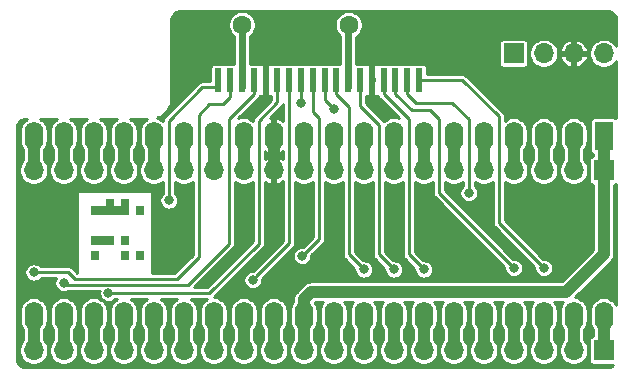
<source format=gbr>
G04 #@! TF.GenerationSoftware,KiCad,Pcbnew,(5.1.12)-1*
G04 #@! TF.CreationDate,2022-03-08T21:56:06+00:00*
G04 #@! TF.ProjectId,RGBtoHDMI CDTV v2 - Mouse and Joystick Adapter,52474274-6f48-4444-9d49-204344545620,v2*
G04 #@! TF.SameCoordinates,Original*
G04 #@! TF.FileFunction,Copper,L1,Top*
G04 #@! TF.FilePolarity,Positive*
%FSLAX46Y46*%
G04 Gerber Fmt 4.6, Leading zero omitted, Abs format (unit mm)*
G04 Created by KiCad (PCBNEW (5.1.12)-1) date 2022-03-08 21:56:06*
%MOMM*%
%LPD*%
G01*
G04 APERTURE LIST*
G04 #@! TA.AperFunction,EtchedComponent*
%ADD10C,0.100000*%
G04 #@! TD*
G04 #@! TA.AperFunction,ComponentPad*
%ADD11O,1.600000X2.400000*%
G04 #@! TD*
G04 #@! TA.AperFunction,ComponentPad*
%ADD12R,1.600000X2.400000*%
G04 #@! TD*
G04 #@! TA.AperFunction,ComponentPad*
%ADD13O,1.700000X1.700000*%
G04 #@! TD*
G04 #@! TA.AperFunction,ComponentPad*
%ADD14R,1.700000X1.700000*%
G04 #@! TD*
G04 #@! TA.AperFunction,SMDPad,CuDef*
%ADD15R,2.500000X3.000000*%
G04 #@! TD*
G04 #@! TA.AperFunction,SMDPad,CuDef*
%ADD16R,0.600000X2.000000*%
G04 #@! TD*
G04 #@! TA.AperFunction,ViaPad*
%ADD17C,0.800000*%
G04 #@! TD*
G04 #@! TA.AperFunction,ViaPad*
%ADD18C,1.600000*%
G04 #@! TD*
G04 #@! TA.AperFunction,Conductor*
%ADD19C,1.000000*%
G04 #@! TD*
G04 #@! TA.AperFunction,Conductor*
%ADD20C,0.600000*%
G04 #@! TD*
G04 #@! TA.AperFunction,Conductor*
%ADD21C,0.250000*%
G04 #@! TD*
G04 #@! TA.AperFunction,Conductor*
%ADD22C,0.254000*%
G04 #@! TD*
G04 #@! TA.AperFunction,Conductor*
%ADD23C,0.100000*%
G04 #@! TD*
G04 APERTURE END LIST*
D10*
G36*
X101346000Y-134493000D02*
G01*
X100711000Y-134493000D01*
X100711000Y-133858000D01*
X101346000Y-133858000D01*
X101346000Y-134493000D01*
G37*
X101346000Y-134493000D02*
X100711000Y-134493000D01*
X100711000Y-133858000D01*
X101346000Y-133858000D01*
X101346000Y-134493000D01*
G36*
X103886000Y-134493000D02*
G01*
X103251000Y-134493000D01*
X103251000Y-133858000D01*
X103886000Y-133858000D01*
X103886000Y-134493000D01*
G37*
X103886000Y-134493000D02*
X103251000Y-134493000D01*
X103251000Y-133858000D01*
X103886000Y-133858000D01*
X103886000Y-134493000D01*
G36*
X103886000Y-133223000D02*
G01*
X103251000Y-133223000D01*
X103251000Y-132588000D01*
X103886000Y-132588000D01*
X103886000Y-133223000D01*
G37*
X103886000Y-133223000D02*
X103251000Y-133223000D01*
X103251000Y-132588000D01*
X103886000Y-132588000D01*
X103886000Y-133223000D01*
G36*
X102616000Y-133223000D02*
G01*
X101981000Y-133223000D01*
X101981000Y-132588000D01*
X102616000Y-132588000D01*
X102616000Y-133223000D01*
G37*
X102616000Y-133223000D02*
X101981000Y-133223000D01*
X101981000Y-132588000D01*
X102616000Y-132588000D01*
X102616000Y-133223000D01*
G36*
X101981000Y-133223000D02*
G01*
X101346000Y-133223000D01*
X101346000Y-132588000D01*
X101981000Y-132588000D01*
X101981000Y-133223000D01*
G37*
X101981000Y-133223000D02*
X101346000Y-133223000D01*
X101346000Y-132588000D01*
X101981000Y-132588000D01*
X101981000Y-133223000D01*
G36*
X101346000Y-133223000D02*
G01*
X100711000Y-133223000D01*
X100711000Y-132588000D01*
X101346000Y-132588000D01*
X101346000Y-133223000D01*
G37*
X101346000Y-133223000D02*
X100711000Y-133223000D01*
X100711000Y-132588000D01*
X101346000Y-132588000D01*
X101346000Y-133223000D01*
G36*
X101346000Y-130683000D02*
G01*
X100711000Y-130683000D01*
X100711000Y-130048000D01*
X101346000Y-130048000D01*
X101346000Y-130683000D01*
G37*
X101346000Y-130683000D02*
X100711000Y-130683000D01*
X100711000Y-130048000D01*
X101346000Y-130048000D01*
X101346000Y-130683000D01*
G36*
X101981000Y-130683000D02*
G01*
X101346000Y-130683000D01*
X101346000Y-130048000D01*
X101981000Y-130048000D01*
X101981000Y-130683000D01*
G37*
X101981000Y-130683000D02*
X101346000Y-130683000D01*
X101346000Y-130048000D01*
X101981000Y-130048000D01*
X101981000Y-130683000D01*
G36*
X102616000Y-130048000D02*
G01*
X101981000Y-130048000D01*
X101981000Y-129413000D01*
X102616000Y-129413000D01*
X102616000Y-130048000D01*
G37*
X102616000Y-130048000D02*
X101981000Y-130048000D01*
X101981000Y-129413000D01*
X102616000Y-129413000D01*
X102616000Y-130048000D01*
G36*
X102616000Y-130683000D02*
G01*
X101981000Y-130683000D01*
X101981000Y-130048000D01*
X102616000Y-130048000D01*
X102616000Y-130683000D01*
G37*
X102616000Y-130683000D02*
X101981000Y-130683000D01*
X101981000Y-130048000D01*
X102616000Y-130048000D01*
X102616000Y-130683000D01*
G36*
X103251000Y-130683000D02*
G01*
X102616000Y-130683000D01*
X102616000Y-130048000D01*
X103251000Y-130048000D01*
X103251000Y-130683000D01*
G37*
X103251000Y-130683000D02*
X102616000Y-130683000D01*
X102616000Y-130048000D01*
X103251000Y-130048000D01*
X103251000Y-130683000D01*
G36*
X103886000Y-130683000D02*
G01*
X103251000Y-130683000D01*
X103251000Y-130048000D01*
X103886000Y-130048000D01*
X103886000Y-130683000D01*
G37*
X103886000Y-130683000D02*
X103251000Y-130683000D01*
X103251000Y-130048000D01*
X103886000Y-130048000D01*
X103886000Y-130683000D01*
G36*
X103886000Y-130048000D02*
G01*
X103251000Y-130048000D01*
X103251000Y-129413000D01*
X103886000Y-129413000D01*
X103886000Y-130048000D01*
G37*
X103886000Y-130048000D02*
X103251000Y-130048000D01*
X103251000Y-129413000D01*
X103886000Y-129413000D01*
X103886000Y-130048000D01*
G36*
X105156000Y-134493000D02*
G01*
X104521000Y-134493000D01*
X104521000Y-133858000D01*
X105156000Y-133858000D01*
X105156000Y-134493000D01*
G37*
X105156000Y-134493000D02*
X104521000Y-134493000D01*
X104521000Y-133858000D01*
X105156000Y-133858000D01*
X105156000Y-134493000D01*
G36*
X105156000Y-130683000D02*
G01*
X104521000Y-130683000D01*
X104521000Y-130048000D01*
X105156000Y-130048000D01*
X105156000Y-130683000D01*
G37*
X105156000Y-130683000D02*
X104521000Y-130683000D01*
X104521000Y-130048000D01*
X105156000Y-130048000D01*
X105156000Y-130683000D01*
D11*
X144145000Y-139319000D03*
X95885000Y-124079000D03*
X141605000Y-139319000D03*
X98425000Y-124079000D03*
X139065000Y-139319000D03*
X100965000Y-124079000D03*
X136525000Y-139319000D03*
X103505000Y-124079000D03*
X133985000Y-139319000D03*
X106045000Y-124079000D03*
X131445000Y-139319000D03*
X108585000Y-124079000D03*
X128905000Y-139319000D03*
X111125000Y-124079000D03*
X126365000Y-139319000D03*
X113665000Y-124079000D03*
X123825000Y-139319000D03*
X116205000Y-124079000D03*
X121285000Y-139319000D03*
X118745000Y-124079000D03*
X118745000Y-139319000D03*
X121285000Y-124079000D03*
X116205000Y-139319000D03*
X123825000Y-124079000D03*
X113665000Y-139319000D03*
X126365000Y-124079000D03*
X111125000Y-139319000D03*
X128905000Y-124079000D03*
X108585000Y-139319000D03*
X131445000Y-124079000D03*
X106045000Y-139319000D03*
X133985000Y-124079000D03*
X103505000Y-139319000D03*
X136525000Y-124079000D03*
X100965000Y-139319000D03*
X139065000Y-124079000D03*
X98425000Y-139319000D03*
X141605000Y-124079000D03*
X95885000Y-139319000D03*
D12*
X144145000Y-124079000D03*
D13*
X95885000Y-142240000D03*
X98425000Y-142240000D03*
X100965000Y-142240000D03*
X103505000Y-142240000D03*
X106045000Y-142240000D03*
X108585000Y-142240000D03*
X111125000Y-142240000D03*
X113665000Y-142240000D03*
X116205000Y-142240000D03*
X118745000Y-142240000D03*
X121285000Y-142240000D03*
X123825000Y-142240000D03*
X126365000Y-142240000D03*
X128905000Y-142240000D03*
X131445000Y-142240000D03*
X133985000Y-142240000D03*
X136525000Y-142240000D03*
X139065000Y-142240000D03*
X141605000Y-142240000D03*
D14*
X144145000Y-142240000D03*
D13*
X95885000Y-127000000D03*
X98425000Y-127000000D03*
X100965000Y-127000000D03*
X103505000Y-127000000D03*
X106045000Y-127000000D03*
X108585000Y-127000000D03*
X111125000Y-127000000D03*
X113665000Y-127000000D03*
X116205000Y-127000000D03*
X118745000Y-127000000D03*
X121285000Y-127000000D03*
X123825000Y-127000000D03*
X126365000Y-127000000D03*
X128905000Y-127000000D03*
X131445000Y-127000000D03*
X133985000Y-127000000D03*
X136525000Y-127000000D03*
X139065000Y-127000000D03*
X141605000Y-127000000D03*
D14*
X144145000Y-127000000D03*
D13*
X144145000Y-117094000D03*
X141605000Y-117094000D03*
X139065000Y-117094000D03*
D14*
X136525000Y-117094000D03*
D15*
X131265000Y-116885000D03*
X108765000Y-116885000D03*
D16*
X111515000Y-119335000D03*
X112515000Y-119335000D03*
X113515000Y-119335000D03*
X114515000Y-119335000D03*
X115515000Y-119335000D03*
X116515000Y-119335000D03*
X117515000Y-119335000D03*
X118515000Y-119335000D03*
X119515000Y-119335000D03*
X120515000Y-119335000D03*
X121515000Y-119335000D03*
X122515000Y-119335000D03*
X123515000Y-119335000D03*
X124515000Y-119335000D03*
X125515000Y-119335000D03*
X126515000Y-119335000D03*
X127515000Y-119335000D03*
X128515000Y-119335000D03*
D17*
X130683000Y-117602000D03*
X131826000Y-117602000D03*
X131826000Y-116459000D03*
X130683000Y-116459000D03*
X108204000Y-117602000D03*
X109347000Y-117602000D03*
X109347000Y-116332000D03*
X108204000Y-116332000D03*
X124587000Y-121031000D03*
X124460000Y-117602000D03*
X115570000Y-117602000D03*
X118745000Y-131191000D03*
X121031000Y-134874000D03*
X113665000Y-128905000D03*
X141605000Y-128905000D03*
X99695000Y-128270000D03*
X102235000Y-128270000D03*
X141605000Y-133096000D03*
X116205000Y-130556000D03*
X115570000Y-120904000D03*
D18*
X113515000Y-114681000D03*
X122555000Y-114681000D03*
D17*
X107315000Y-129540006D03*
X95885000Y-135636000D03*
X98425000Y-136525000D03*
X102211031Y-137390031D03*
X114427000Y-136271010D03*
X118491000Y-121285006D03*
X118618000Y-134239000D03*
X121285000Y-121793000D03*
X123825000Y-135382000D03*
X126365000Y-135382000D03*
X128905002Y-135381998D03*
X136525000Y-135255000D03*
X132714998Y-128904992D03*
X139064996Y-135254996D03*
D19*
X116205000Y-124079000D02*
X116205000Y-127000000D01*
X118745000Y-141605000D02*
X118745000Y-139319000D01*
X144145000Y-124079000D02*
X144145000Y-127000000D01*
D20*
X113515000Y-119970000D02*
X113515000Y-114681000D01*
X122515000Y-119970000D02*
X122515000Y-114721000D01*
X122515000Y-114721000D02*
X122555000Y-114681000D01*
D19*
X144145000Y-134112000D02*
X144145000Y-127000000D01*
X140970000Y-137287000D02*
X144145000Y-134112000D01*
X119380000Y-137287000D02*
X140970000Y-137287000D01*
X118745000Y-137922000D02*
X119380000Y-137287000D01*
X118745000Y-139319000D02*
X118745000Y-137922000D01*
X136525000Y-142240000D02*
X136525000Y-139319000D01*
X133985000Y-142240000D02*
X133985000Y-139319000D01*
D21*
X111515000Y-119970000D02*
X110154000Y-119970000D01*
X110154000Y-119970000D02*
X107315000Y-122809000D01*
X107315000Y-122809000D02*
X107315000Y-129540006D01*
X112515000Y-120784000D02*
X112515000Y-119335000D01*
X109855000Y-122301000D02*
X110744000Y-121412000D01*
X109855000Y-134366000D02*
X109855000Y-122301000D01*
X111887000Y-121412000D02*
X112515000Y-120784000D01*
X108005990Y-136215010D02*
X109855000Y-134366000D01*
X99409192Y-136215010D02*
X108005990Y-136215010D01*
X110744000Y-121412000D02*
X111887000Y-121412000D01*
X98830182Y-135636000D02*
X99409192Y-136215010D01*
X95885000Y-135636000D02*
X98830182Y-135636000D01*
X98565021Y-136665021D02*
X98425000Y-136525000D01*
X108952979Y-136665021D02*
X98565021Y-136665021D01*
X112395000Y-133223000D02*
X108952979Y-136665021D01*
X112395000Y-122682000D02*
X112395000Y-133223000D01*
X114515000Y-120562000D02*
X112395000Y-122682000D01*
X114515000Y-119970000D02*
X114515000Y-120562000D01*
X110768593Y-137390031D02*
X102211031Y-137390031D01*
X114935000Y-133223624D02*
X110768593Y-137390031D01*
X114935000Y-122809000D02*
X114935000Y-133223624D01*
X116515000Y-121229000D02*
X114935000Y-122809000D01*
X116515000Y-119970000D02*
X116515000Y-121229000D01*
X117515000Y-119970000D02*
X117515000Y-133183010D01*
X117515000Y-133183010D02*
X114826999Y-135871011D01*
X114826999Y-135871011D02*
X114427000Y-136271010D01*
X118515000Y-121261006D02*
X118491000Y-121285006D01*
X118515000Y-119970000D02*
X118515000Y-121261006D01*
X120015000Y-122555000D02*
X120015000Y-132842000D01*
X120015000Y-132842000D02*
X118618000Y-134239000D01*
X119515000Y-122055000D02*
X120015000Y-122555000D01*
X119515000Y-119335000D02*
X119515000Y-122055000D01*
X120515000Y-121023000D02*
X121285000Y-121793000D01*
X120515000Y-119335000D02*
X120515000Y-121023000D01*
X121515000Y-120562500D02*
X122555000Y-121602500D01*
X121515000Y-119970000D02*
X121515000Y-120562500D01*
X122555000Y-121602500D02*
X122555000Y-134112000D01*
X122555000Y-134112000D02*
X123825000Y-135382000D01*
X125095000Y-134112000D02*
X126365000Y-135382000D01*
X125095000Y-123120002D02*
X125095000Y-134112000D01*
X123515000Y-119970000D02*
X123515000Y-121540002D01*
X123515000Y-121540002D02*
X125095000Y-123120002D01*
X125515000Y-119970000D02*
X125515000Y-120562000D01*
X125515000Y-120562000D02*
X127635000Y-122682000D01*
X127635000Y-122682000D02*
X127635000Y-134111996D01*
X127635000Y-134111996D02*
X128905002Y-135381998D01*
X127889000Y-121920000D02*
X129413000Y-121920000D01*
X129413000Y-121920000D02*
X130175000Y-122682000D01*
X126515000Y-119970000D02*
X126515000Y-120546000D01*
X126515000Y-120546000D02*
X127889000Y-121920000D01*
X130175000Y-122682000D02*
X130175000Y-128905000D01*
X130175000Y-128905000D02*
X136525000Y-135255000D01*
X132714998Y-128339307D02*
X132714998Y-128904992D01*
X132714998Y-122681998D02*
X132714998Y-128339307D01*
X131318000Y-121285000D02*
X132714998Y-122681998D01*
X128270000Y-121285000D02*
X131318000Y-121285000D01*
X127515000Y-120530000D02*
X128270000Y-121285000D01*
X127515000Y-119970000D02*
X127515000Y-120530000D01*
X128515000Y-119335000D02*
X132162000Y-119335000D01*
X135255000Y-122428000D02*
X135255000Y-131445000D01*
X132162000Y-119335000D02*
X135255000Y-122428000D01*
X135255000Y-131445000D02*
X139064996Y-135254996D01*
D19*
X95885000Y-124079000D02*
X95885000Y-127000000D01*
X98425000Y-124079000D02*
X98425000Y-127000000D01*
X100965000Y-124079000D02*
X100965000Y-127000000D01*
X103505000Y-124079000D02*
X103505000Y-127000000D01*
X106045000Y-124079000D02*
X106045000Y-127000000D01*
X108585000Y-124079000D02*
X108585000Y-127000000D01*
X111125000Y-124079000D02*
X111125000Y-127000000D01*
X113665000Y-124079000D02*
X113665000Y-127000000D01*
X118745000Y-124079000D02*
X118745000Y-127000000D01*
X121285000Y-124079000D02*
X121285000Y-127000000D01*
X123825000Y-124079000D02*
X123825000Y-127000000D01*
X126365000Y-127000000D02*
X126365000Y-124079000D01*
X128905000Y-127000000D02*
X128905000Y-124079000D01*
X131445000Y-127000000D02*
X131445000Y-124079000D01*
X133985000Y-124226919D02*
X133911041Y-124152960D01*
X133985000Y-127000000D02*
X133985000Y-124226919D01*
X136525000Y-124079000D02*
X136525000Y-127000000D01*
X139065000Y-124079000D02*
X139065000Y-127000000D01*
X141605000Y-124079000D02*
X141605000Y-127000000D01*
X95885000Y-142240000D02*
X95885000Y-139319000D01*
X98425000Y-142240000D02*
X98425000Y-139319000D01*
X100965000Y-142240000D02*
X100965000Y-139319000D01*
X103505000Y-142240000D02*
X103505000Y-139319000D01*
X106045000Y-142240000D02*
X106045000Y-139319000D01*
X108585000Y-142240000D02*
X108585000Y-139319000D01*
X111125000Y-142240000D02*
X111125000Y-139319000D01*
X113665000Y-142240000D02*
X113665000Y-139319000D01*
X116205000Y-142240000D02*
X116205000Y-139319000D01*
X121285000Y-139319000D02*
X121285000Y-142240000D01*
X123825000Y-142240000D02*
X123825000Y-139319000D01*
X126365000Y-142240000D02*
X126365000Y-139319000D01*
X128905000Y-139319000D02*
X128905000Y-142240000D01*
X131445000Y-142240000D02*
X131445000Y-139319000D01*
X139065000Y-142240000D02*
X139065000Y-139319000D01*
X141605000Y-142240000D02*
X141605000Y-139319000D01*
X144145000Y-142240000D02*
X144145000Y-139319000D01*
D22*
X144556685Y-113503648D02*
X144708355Y-113549441D01*
X144848251Y-113623824D01*
X144971032Y-113723962D01*
X145072025Y-113846041D01*
X145147380Y-113985407D01*
X145194233Y-114136765D01*
X145213000Y-114315326D01*
X145213000Y-116476634D01*
X145101180Y-116309283D01*
X144929717Y-116137820D01*
X144728097Y-116003102D01*
X144504069Y-115910307D01*
X144266243Y-115863000D01*
X144023757Y-115863000D01*
X143785931Y-115910307D01*
X143561903Y-116003102D01*
X143360283Y-116137820D01*
X143188820Y-116309283D01*
X143054102Y-116510903D01*
X142961307Y-116734931D01*
X142914000Y-116972757D01*
X142914000Y-117215243D01*
X142961307Y-117453069D01*
X143054102Y-117677097D01*
X143188820Y-117878717D01*
X143360283Y-118050180D01*
X143561903Y-118184898D01*
X143785931Y-118277693D01*
X144023757Y-118325000D01*
X144266243Y-118325000D01*
X144504069Y-118277693D01*
X144728097Y-118184898D01*
X144929717Y-118050180D01*
X145101180Y-117878717D01*
X145213000Y-117711366D01*
X145213000Y-122606064D01*
X145157696Y-122560678D01*
X145091508Y-122525299D01*
X145019689Y-122503513D01*
X144945000Y-122496157D01*
X143345000Y-122496157D01*
X143270311Y-122503513D01*
X143198492Y-122525299D01*
X143132304Y-122560678D01*
X143074289Y-122608289D01*
X143026678Y-122666304D01*
X142991299Y-122732492D01*
X142969513Y-122804311D01*
X142962157Y-122879000D01*
X142962157Y-125279000D01*
X142969513Y-125353689D01*
X142991299Y-125425508D01*
X143026678Y-125491696D01*
X143074289Y-125549711D01*
X143132304Y-125597322D01*
X143198492Y-125632701D01*
X143264001Y-125652573D01*
X143264001Y-125770210D01*
X143220311Y-125774513D01*
X143148492Y-125796299D01*
X143082304Y-125831678D01*
X143024289Y-125879289D01*
X142976678Y-125937304D01*
X142941299Y-126003492D01*
X142919513Y-126075311D01*
X142912157Y-126150000D01*
X142912157Y-127850000D01*
X142919513Y-127924689D01*
X142941299Y-127996508D01*
X142976678Y-128062696D01*
X143024289Y-128120711D01*
X143082304Y-128168322D01*
X143148492Y-128203701D01*
X143220311Y-128225487D01*
X143264001Y-128229790D01*
X143264000Y-133747078D01*
X140605079Y-136406000D01*
X119423270Y-136406000D01*
X119380000Y-136401738D01*
X119336730Y-136406000D01*
X119336727Y-136406000D01*
X119207294Y-136418748D01*
X119052898Y-136465584D01*
X119041225Y-136469125D01*
X118888174Y-136550932D01*
X118840107Y-136590380D01*
X118754025Y-136661025D01*
X118726440Y-136694638D01*
X118152640Y-137268439D01*
X118119026Y-137296025D01*
X118091441Y-137329638D01*
X118008932Y-137430175D01*
X117927125Y-137583226D01*
X117914218Y-137625775D01*
X117881909Y-137732286D01*
X117876749Y-137749295D01*
X117859738Y-137922000D01*
X117864001Y-137965280D01*
X117864001Y-138130880D01*
X117758284Y-138259697D01*
X117648619Y-138464864D01*
X117581088Y-138687484D01*
X117564000Y-138860984D01*
X117564000Y-139777015D01*
X117581088Y-139950515D01*
X117648619Y-140173135D01*
X117758283Y-140378302D01*
X117864000Y-140507120D01*
X117864000Y-141380103D01*
X117788820Y-141455283D01*
X117654102Y-141656903D01*
X117561307Y-141880931D01*
X117514000Y-142118757D01*
X117514000Y-142361243D01*
X117561307Y-142599069D01*
X117654102Y-142823097D01*
X117788820Y-143024717D01*
X117960283Y-143196180D01*
X118161903Y-143330898D01*
X118385931Y-143423693D01*
X118623757Y-143471000D01*
X118866243Y-143471000D01*
X119104069Y-143423693D01*
X119328097Y-143330898D01*
X119529717Y-143196180D01*
X119701180Y-143024717D01*
X119835898Y-142823097D01*
X119928693Y-142599069D01*
X119976000Y-142361243D01*
X119976000Y-142118757D01*
X119928693Y-141880931D01*
X119835898Y-141656903D01*
X119701180Y-141455283D01*
X119626000Y-141380103D01*
X119626000Y-140507120D01*
X119731717Y-140378303D01*
X119841381Y-140173136D01*
X119908912Y-139950516D01*
X119926000Y-139777016D01*
X119926000Y-138860985D01*
X119908912Y-138687485D01*
X119841381Y-138464864D01*
X119731717Y-138259697D01*
X119696336Y-138216585D01*
X119744922Y-138168000D01*
X120373538Y-138168000D01*
X120298284Y-138259697D01*
X120188619Y-138464864D01*
X120121088Y-138687484D01*
X120104000Y-138860984D01*
X120104000Y-139777015D01*
X120121088Y-139950515D01*
X120188619Y-140173135D01*
X120298283Y-140378302D01*
X120404000Y-140507120D01*
X120404001Y-141380102D01*
X120328820Y-141455283D01*
X120194102Y-141656903D01*
X120101307Y-141880931D01*
X120054000Y-142118757D01*
X120054000Y-142361243D01*
X120101307Y-142599069D01*
X120194102Y-142823097D01*
X120328820Y-143024717D01*
X120500283Y-143196180D01*
X120701903Y-143330898D01*
X120925931Y-143423693D01*
X121163757Y-143471000D01*
X121406243Y-143471000D01*
X121644069Y-143423693D01*
X121868097Y-143330898D01*
X122069717Y-143196180D01*
X122241180Y-143024717D01*
X122375898Y-142823097D01*
X122468693Y-142599069D01*
X122516000Y-142361243D01*
X122516000Y-142118757D01*
X122468693Y-141880931D01*
X122375898Y-141656903D01*
X122241180Y-141455283D01*
X122166000Y-141380103D01*
X122166000Y-140507120D01*
X122271717Y-140378303D01*
X122381381Y-140173136D01*
X122448912Y-139950516D01*
X122466000Y-139777016D01*
X122466000Y-138860985D01*
X122448912Y-138687485D01*
X122381381Y-138464864D01*
X122271717Y-138259697D01*
X122196463Y-138168000D01*
X122913538Y-138168000D01*
X122838284Y-138259697D01*
X122728619Y-138464864D01*
X122661088Y-138687484D01*
X122644000Y-138860984D01*
X122644000Y-139777015D01*
X122661088Y-139950515D01*
X122728619Y-140173135D01*
X122838283Y-140378302D01*
X122944001Y-140507120D01*
X122944000Y-141380103D01*
X122868820Y-141455283D01*
X122734102Y-141656903D01*
X122641307Y-141880931D01*
X122594000Y-142118757D01*
X122594000Y-142361243D01*
X122641307Y-142599069D01*
X122734102Y-142823097D01*
X122868820Y-143024717D01*
X123040283Y-143196180D01*
X123241903Y-143330898D01*
X123465931Y-143423693D01*
X123703757Y-143471000D01*
X123946243Y-143471000D01*
X124184069Y-143423693D01*
X124408097Y-143330898D01*
X124609717Y-143196180D01*
X124781180Y-143024717D01*
X124915898Y-142823097D01*
X125008693Y-142599069D01*
X125056000Y-142361243D01*
X125056000Y-142118757D01*
X125008693Y-141880931D01*
X124915898Y-141656903D01*
X124781180Y-141455283D01*
X124706000Y-141380103D01*
X124706000Y-140507120D01*
X124811717Y-140378303D01*
X124921381Y-140173136D01*
X124988912Y-139950516D01*
X125006000Y-139777016D01*
X125006000Y-138860985D01*
X124988912Y-138687485D01*
X124921381Y-138464864D01*
X124811717Y-138259697D01*
X124736463Y-138168000D01*
X125453538Y-138168000D01*
X125378284Y-138259697D01*
X125268619Y-138464864D01*
X125201088Y-138687484D01*
X125184000Y-138860984D01*
X125184000Y-139777015D01*
X125201088Y-139950515D01*
X125268619Y-140173135D01*
X125378283Y-140378302D01*
X125484001Y-140507120D01*
X125484000Y-141380103D01*
X125408820Y-141455283D01*
X125274102Y-141656903D01*
X125181307Y-141880931D01*
X125134000Y-142118757D01*
X125134000Y-142361243D01*
X125181307Y-142599069D01*
X125274102Y-142823097D01*
X125408820Y-143024717D01*
X125580283Y-143196180D01*
X125781903Y-143330898D01*
X126005931Y-143423693D01*
X126243757Y-143471000D01*
X126486243Y-143471000D01*
X126724069Y-143423693D01*
X126948097Y-143330898D01*
X127149717Y-143196180D01*
X127321180Y-143024717D01*
X127455898Y-142823097D01*
X127548693Y-142599069D01*
X127596000Y-142361243D01*
X127596000Y-142118757D01*
X127548693Y-141880931D01*
X127455898Y-141656903D01*
X127321180Y-141455283D01*
X127246000Y-141380103D01*
X127246000Y-140507120D01*
X127351717Y-140378303D01*
X127461381Y-140173136D01*
X127528912Y-139950516D01*
X127546000Y-139777016D01*
X127546000Y-138860985D01*
X127528912Y-138687485D01*
X127461381Y-138464864D01*
X127351717Y-138259697D01*
X127276463Y-138168000D01*
X127993538Y-138168000D01*
X127918284Y-138259697D01*
X127808619Y-138464864D01*
X127741088Y-138687484D01*
X127724000Y-138860984D01*
X127724000Y-139777015D01*
X127741088Y-139950515D01*
X127808619Y-140173135D01*
X127918283Y-140378302D01*
X128024000Y-140507120D01*
X128024001Y-141380102D01*
X127948820Y-141455283D01*
X127814102Y-141656903D01*
X127721307Y-141880931D01*
X127674000Y-142118757D01*
X127674000Y-142361243D01*
X127721307Y-142599069D01*
X127814102Y-142823097D01*
X127948820Y-143024717D01*
X128120283Y-143196180D01*
X128321903Y-143330898D01*
X128545931Y-143423693D01*
X128783757Y-143471000D01*
X129026243Y-143471000D01*
X129264069Y-143423693D01*
X129488097Y-143330898D01*
X129689717Y-143196180D01*
X129861180Y-143024717D01*
X129995898Y-142823097D01*
X130088693Y-142599069D01*
X130136000Y-142361243D01*
X130136000Y-142118757D01*
X130088693Y-141880931D01*
X129995898Y-141656903D01*
X129861180Y-141455283D01*
X129786000Y-141380103D01*
X129786000Y-140507120D01*
X129891717Y-140378303D01*
X130001381Y-140173136D01*
X130068912Y-139950516D01*
X130086000Y-139777016D01*
X130086000Y-138860985D01*
X130068912Y-138687485D01*
X130001381Y-138464864D01*
X129891717Y-138259697D01*
X129816463Y-138168000D01*
X130533538Y-138168000D01*
X130458284Y-138259697D01*
X130348619Y-138464864D01*
X130281088Y-138687484D01*
X130264000Y-138860984D01*
X130264000Y-139777015D01*
X130281088Y-139950515D01*
X130348619Y-140173135D01*
X130458283Y-140378302D01*
X130564001Y-140507120D01*
X130564000Y-141380103D01*
X130488820Y-141455283D01*
X130354102Y-141656903D01*
X130261307Y-141880931D01*
X130214000Y-142118757D01*
X130214000Y-142361243D01*
X130261307Y-142599069D01*
X130354102Y-142823097D01*
X130488820Y-143024717D01*
X130660283Y-143196180D01*
X130861903Y-143330898D01*
X131085931Y-143423693D01*
X131323757Y-143471000D01*
X131566243Y-143471000D01*
X131804069Y-143423693D01*
X132028097Y-143330898D01*
X132229717Y-143196180D01*
X132401180Y-143024717D01*
X132535898Y-142823097D01*
X132628693Y-142599069D01*
X132676000Y-142361243D01*
X132676000Y-142118757D01*
X132628693Y-141880931D01*
X132535898Y-141656903D01*
X132401180Y-141455283D01*
X132326000Y-141380103D01*
X132326000Y-140507120D01*
X132431717Y-140378303D01*
X132541381Y-140173136D01*
X132608912Y-139950516D01*
X132626000Y-139777016D01*
X132626000Y-138860985D01*
X132608912Y-138687485D01*
X132541381Y-138464864D01*
X132431717Y-138259697D01*
X132356463Y-138168000D01*
X133073538Y-138168000D01*
X132998284Y-138259697D01*
X132888619Y-138464864D01*
X132821088Y-138687484D01*
X132804000Y-138860984D01*
X132804000Y-139777015D01*
X132821088Y-139950515D01*
X132888619Y-140173135D01*
X132998283Y-140378302D01*
X133104001Y-140507120D01*
X133104000Y-141380103D01*
X133028820Y-141455283D01*
X132894102Y-141656903D01*
X132801307Y-141880931D01*
X132754000Y-142118757D01*
X132754000Y-142361243D01*
X132801307Y-142599069D01*
X132894102Y-142823097D01*
X133028820Y-143024717D01*
X133200283Y-143196180D01*
X133401903Y-143330898D01*
X133625931Y-143423693D01*
X133863757Y-143471000D01*
X134106243Y-143471000D01*
X134344069Y-143423693D01*
X134568097Y-143330898D01*
X134769717Y-143196180D01*
X134941180Y-143024717D01*
X135075898Y-142823097D01*
X135168693Y-142599069D01*
X135216000Y-142361243D01*
X135216000Y-142118757D01*
X135168693Y-141880931D01*
X135075898Y-141656903D01*
X134941180Y-141455283D01*
X134866000Y-141380103D01*
X134866000Y-140507120D01*
X134971717Y-140378303D01*
X135081381Y-140173136D01*
X135148912Y-139950516D01*
X135166000Y-139777016D01*
X135166000Y-138860985D01*
X135148912Y-138687485D01*
X135081381Y-138464864D01*
X134971717Y-138259697D01*
X134896463Y-138168000D01*
X135613538Y-138168000D01*
X135538284Y-138259697D01*
X135428619Y-138464864D01*
X135361088Y-138687484D01*
X135344000Y-138860984D01*
X135344000Y-139777015D01*
X135361088Y-139950515D01*
X135428619Y-140173135D01*
X135538283Y-140378302D01*
X135644001Y-140507120D01*
X135644000Y-141380103D01*
X135568820Y-141455283D01*
X135434102Y-141656903D01*
X135341307Y-141880931D01*
X135294000Y-142118757D01*
X135294000Y-142361243D01*
X135341307Y-142599069D01*
X135434102Y-142823097D01*
X135568820Y-143024717D01*
X135740283Y-143196180D01*
X135941903Y-143330898D01*
X136165931Y-143423693D01*
X136403757Y-143471000D01*
X136646243Y-143471000D01*
X136884069Y-143423693D01*
X137108097Y-143330898D01*
X137309717Y-143196180D01*
X137481180Y-143024717D01*
X137615898Y-142823097D01*
X137708693Y-142599069D01*
X137756000Y-142361243D01*
X137756000Y-142118757D01*
X137708693Y-141880931D01*
X137615898Y-141656903D01*
X137481180Y-141455283D01*
X137406000Y-141380103D01*
X137406000Y-140507120D01*
X137511717Y-140378303D01*
X137621381Y-140173136D01*
X137688912Y-139950516D01*
X137706000Y-139777016D01*
X137706000Y-138860985D01*
X137688912Y-138687485D01*
X137621381Y-138464864D01*
X137511717Y-138259697D01*
X137436463Y-138168000D01*
X138153538Y-138168000D01*
X138078284Y-138259697D01*
X137968619Y-138464864D01*
X137901088Y-138687484D01*
X137884000Y-138860984D01*
X137884000Y-139777015D01*
X137901088Y-139950515D01*
X137968619Y-140173135D01*
X138078283Y-140378302D01*
X138184001Y-140507120D01*
X138184000Y-141380103D01*
X138108820Y-141455283D01*
X137974102Y-141656903D01*
X137881307Y-141880931D01*
X137834000Y-142118757D01*
X137834000Y-142361243D01*
X137881307Y-142599069D01*
X137974102Y-142823097D01*
X138108820Y-143024717D01*
X138280283Y-143196180D01*
X138481903Y-143330898D01*
X138705931Y-143423693D01*
X138943757Y-143471000D01*
X139186243Y-143471000D01*
X139424069Y-143423693D01*
X139648097Y-143330898D01*
X139849717Y-143196180D01*
X140021180Y-143024717D01*
X140155898Y-142823097D01*
X140248693Y-142599069D01*
X140296000Y-142361243D01*
X140296000Y-142118757D01*
X140248693Y-141880931D01*
X140155898Y-141656903D01*
X140021180Y-141455283D01*
X139946000Y-141380103D01*
X139946000Y-140507120D01*
X140051717Y-140378303D01*
X140161381Y-140173136D01*
X140228912Y-139950516D01*
X140246000Y-139777016D01*
X140246000Y-138860985D01*
X140228912Y-138687485D01*
X140161381Y-138464864D01*
X140051717Y-138259697D01*
X139976463Y-138168000D01*
X140693538Y-138168000D01*
X140618284Y-138259697D01*
X140508619Y-138464864D01*
X140441088Y-138687484D01*
X140424000Y-138860984D01*
X140424000Y-139777015D01*
X140441088Y-139950515D01*
X140508619Y-140173135D01*
X140618283Y-140378302D01*
X140724001Y-140507120D01*
X140724000Y-141380103D01*
X140648820Y-141455283D01*
X140514102Y-141656903D01*
X140421307Y-141880931D01*
X140374000Y-142118757D01*
X140374000Y-142361243D01*
X140421307Y-142599069D01*
X140514102Y-142823097D01*
X140648820Y-143024717D01*
X140820283Y-143196180D01*
X141021903Y-143330898D01*
X141245931Y-143423693D01*
X141483757Y-143471000D01*
X141726243Y-143471000D01*
X141964069Y-143423693D01*
X142188097Y-143330898D01*
X142389717Y-143196180D01*
X142561180Y-143024717D01*
X142695898Y-142823097D01*
X142788693Y-142599069D01*
X142836000Y-142361243D01*
X142836000Y-142118757D01*
X142788693Y-141880931D01*
X142695898Y-141656903D01*
X142561180Y-141455283D01*
X142486000Y-141380103D01*
X142486000Y-140507120D01*
X142591717Y-140378303D01*
X142701381Y-140173136D01*
X142768912Y-139950516D01*
X142786000Y-139777016D01*
X142786000Y-138860985D01*
X142768912Y-138687485D01*
X142701381Y-138464864D01*
X142591717Y-138259697D01*
X142444134Y-138079866D01*
X142264303Y-137932283D01*
X142059136Y-137822619D01*
X141836516Y-137755088D01*
X141755784Y-137747137D01*
X144737362Y-134765560D01*
X144770975Y-134737975D01*
X144837231Y-134657241D01*
X144881068Y-134603826D01*
X144962875Y-134450775D01*
X144979952Y-134394479D01*
X145013252Y-134284706D01*
X145026000Y-134155273D01*
X145026000Y-134155271D01*
X145030262Y-134112001D01*
X145026000Y-134068731D01*
X145026000Y-128229790D01*
X145069689Y-128225487D01*
X145141508Y-128203701D01*
X145207696Y-128168322D01*
X145213000Y-128163969D01*
X145213001Y-138411768D01*
X145131717Y-138259697D01*
X144984134Y-138079866D01*
X144804303Y-137932283D01*
X144599136Y-137822619D01*
X144376516Y-137755088D01*
X144145000Y-137732286D01*
X143913485Y-137755088D01*
X143690865Y-137822619D01*
X143485698Y-137932283D01*
X143305867Y-138079866D01*
X143158284Y-138259697D01*
X143048619Y-138464864D01*
X142981088Y-138687484D01*
X142964000Y-138860984D01*
X142964000Y-139777015D01*
X142981088Y-139950515D01*
X143048619Y-140173135D01*
X143158283Y-140378302D01*
X143264001Y-140507120D01*
X143264000Y-141010210D01*
X143220311Y-141014513D01*
X143148492Y-141036299D01*
X143082304Y-141071678D01*
X143024289Y-141119289D01*
X142976678Y-141177304D01*
X142941299Y-141243492D01*
X142919513Y-141315311D01*
X142912157Y-141390000D01*
X142912157Y-143090000D01*
X142919513Y-143164689D01*
X142941299Y-143236508D01*
X142976678Y-143302696D01*
X143024289Y-143360711D01*
X143082304Y-143408322D01*
X143148492Y-143443701D01*
X143220311Y-143465487D01*
X143295000Y-143472843D01*
X144943839Y-143472843D01*
X144852961Y-143548023D01*
X144713593Y-143623380D01*
X144562235Y-143670233D01*
X144383674Y-143689000D01*
X95272305Y-143689000D01*
X95092315Y-143671352D01*
X94940645Y-143625559D01*
X94800748Y-143551175D01*
X94677967Y-143451038D01*
X94576977Y-143328961D01*
X94501620Y-143189593D01*
X94454767Y-143038235D01*
X94436000Y-142859674D01*
X94436000Y-142118757D01*
X94654000Y-142118757D01*
X94654000Y-142361243D01*
X94701307Y-142599069D01*
X94794102Y-142823097D01*
X94928820Y-143024717D01*
X95100283Y-143196180D01*
X95301903Y-143330898D01*
X95525931Y-143423693D01*
X95763757Y-143471000D01*
X96006243Y-143471000D01*
X96244069Y-143423693D01*
X96468097Y-143330898D01*
X96669717Y-143196180D01*
X96841180Y-143024717D01*
X96975898Y-142823097D01*
X97068693Y-142599069D01*
X97116000Y-142361243D01*
X97116000Y-142118757D01*
X97194000Y-142118757D01*
X97194000Y-142361243D01*
X97241307Y-142599069D01*
X97334102Y-142823097D01*
X97468820Y-143024717D01*
X97640283Y-143196180D01*
X97841903Y-143330898D01*
X98065931Y-143423693D01*
X98303757Y-143471000D01*
X98546243Y-143471000D01*
X98784069Y-143423693D01*
X99008097Y-143330898D01*
X99209717Y-143196180D01*
X99381180Y-143024717D01*
X99515898Y-142823097D01*
X99608693Y-142599069D01*
X99656000Y-142361243D01*
X99656000Y-142118757D01*
X99734000Y-142118757D01*
X99734000Y-142361243D01*
X99781307Y-142599069D01*
X99874102Y-142823097D01*
X100008820Y-143024717D01*
X100180283Y-143196180D01*
X100381903Y-143330898D01*
X100605931Y-143423693D01*
X100843757Y-143471000D01*
X101086243Y-143471000D01*
X101324069Y-143423693D01*
X101548097Y-143330898D01*
X101749717Y-143196180D01*
X101921180Y-143024717D01*
X102055898Y-142823097D01*
X102148693Y-142599069D01*
X102196000Y-142361243D01*
X102196000Y-142118757D01*
X102148693Y-141880931D01*
X102055898Y-141656903D01*
X101921180Y-141455283D01*
X101846000Y-141380103D01*
X101846000Y-140507120D01*
X101951717Y-140378303D01*
X102061381Y-140173136D01*
X102128912Y-139950516D01*
X102146000Y-139777016D01*
X102146000Y-138860985D01*
X102128912Y-138687485D01*
X102061381Y-138464864D01*
X101951717Y-138259697D01*
X101804134Y-138079866D01*
X101624303Y-137932283D01*
X101419136Y-137822619D01*
X101196516Y-137755088D01*
X100965000Y-137732286D01*
X100733485Y-137755088D01*
X100510865Y-137822619D01*
X100305698Y-137932283D01*
X100125867Y-138079866D01*
X99978284Y-138259697D01*
X99868619Y-138464864D01*
X99801088Y-138687484D01*
X99784000Y-138860984D01*
X99784000Y-139777015D01*
X99801088Y-139950515D01*
X99868619Y-140173135D01*
X99978283Y-140378302D01*
X100084001Y-140507120D01*
X100084000Y-141380103D01*
X100008820Y-141455283D01*
X99874102Y-141656903D01*
X99781307Y-141880931D01*
X99734000Y-142118757D01*
X99656000Y-142118757D01*
X99608693Y-141880931D01*
X99515898Y-141656903D01*
X99381180Y-141455283D01*
X99306000Y-141380103D01*
X99306000Y-140507120D01*
X99411717Y-140378303D01*
X99521381Y-140173136D01*
X99588912Y-139950516D01*
X99606000Y-139777016D01*
X99606000Y-138860985D01*
X99588912Y-138687485D01*
X99521381Y-138464864D01*
X99411717Y-138259697D01*
X99264134Y-138079866D01*
X99084303Y-137932283D01*
X98879136Y-137822619D01*
X98656516Y-137755088D01*
X98425000Y-137732286D01*
X98193485Y-137755088D01*
X97970865Y-137822619D01*
X97765698Y-137932283D01*
X97585867Y-138079866D01*
X97438284Y-138259697D01*
X97328619Y-138464864D01*
X97261088Y-138687484D01*
X97244000Y-138860984D01*
X97244000Y-139777015D01*
X97261088Y-139950515D01*
X97328619Y-140173135D01*
X97438283Y-140378302D01*
X97544001Y-140507120D01*
X97544000Y-141380103D01*
X97468820Y-141455283D01*
X97334102Y-141656903D01*
X97241307Y-141880931D01*
X97194000Y-142118757D01*
X97116000Y-142118757D01*
X97068693Y-141880931D01*
X96975898Y-141656903D01*
X96841180Y-141455283D01*
X96766000Y-141380103D01*
X96766000Y-140507120D01*
X96871717Y-140378303D01*
X96981381Y-140173136D01*
X97048912Y-139950516D01*
X97066000Y-139777016D01*
X97066000Y-138860985D01*
X97048912Y-138687485D01*
X96981381Y-138464864D01*
X96871717Y-138259697D01*
X96724134Y-138079866D01*
X96544303Y-137932283D01*
X96339136Y-137822619D01*
X96116516Y-137755088D01*
X95885000Y-137732286D01*
X95653485Y-137755088D01*
X95430865Y-137822619D01*
X95225698Y-137932283D01*
X95045867Y-138079866D01*
X94898284Y-138259697D01*
X94788619Y-138464864D01*
X94721088Y-138687484D01*
X94704000Y-138860984D01*
X94704000Y-139777015D01*
X94721088Y-139950515D01*
X94788619Y-140173135D01*
X94898283Y-140378302D01*
X95004001Y-140507120D01*
X95004000Y-141380103D01*
X94928820Y-141455283D01*
X94794102Y-141656903D01*
X94701307Y-141880931D01*
X94654000Y-142118757D01*
X94436000Y-142118757D01*
X94436000Y-123466305D01*
X94453648Y-123286315D01*
X94499441Y-123134645D01*
X94573824Y-122994749D01*
X94673962Y-122871968D01*
X94796041Y-122770975D01*
X94935407Y-122695620D01*
X95086765Y-122648767D01*
X95265326Y-122630000D01*
X95342221Y-122630000D01*
X95225698Y-122692283D01*
X95045867Y-122839866D01*
X94898284Y-123019697D01*
X94788619Y-123224864D01*
X94721088Y-123447484D01*
X94704000Y-123620984D01*
X94704000Y-124537015D01*
X94721088Y-124710515D01*
X94788619Y-124933135D01*
X94898283Y-125138302D01*
X95004000Y-125267120D01*
X95004001Y-126140102D01*
X94928820Y-126215283D01*
X94794102Y-126416903D01*
X94701307Y-126640931D01*
X94654000Y-126878757D01*
X94654000Y-127121243D01*
X94701307Y-127359069D01*
X94794102Y-127583097D01*
X94928820Y-127784717D01*
X95100283Y-127956180D01*
X95301903Y-128090898D01*
X95525931Y-128183693D01*
X95763757Y-128231000D01*
X96006243Y-128231000D01*
X96244069Y-128183693D01*
X96468097Y-128090898D01*
X96669717Y-127956180D01*
X96841180Y-127784717D01*
X96975898Y-127583097D01*
X97068693Y-127359069D01*
X97116000Y-127121243D01*
X97116000Y-126878757D01*
X97068693Y-126640931D01*
X96975898Y-126416903D01*
X96841180Y-126215283D01*
X96766000Y-126140103D01*
X96766000Y-125267120D01*
X96871717Y-125138303D01*
X96981381Y-124933136D01*
X97048912Y-124710516D01*
X97066000Y-124537016D01*
X97066000Y-123620985D01*
X97048912Y-123447485D01*
X96981381Y-123224864D01*
X96871717Y-123019697D01*
X96724134Y-122839866D01*
X96544303Y-122692283D01*
X96427780Y-122630000D01*
X97882221Y-122630000D01*
X97765698Y-122692283D01*
X97585867Y-122839866D01*
X97438284Y-123019697D01*
X97328619Y-123224864D01*
X97261088Y-123447484D01*
X97244000Y-123620984D01*
X97244000Y-124537015D01*
X97261088Y-124710515D01*
X97328619Y-124933135D01*
X97438283Y-125138302D01*
X97544000Y-125267120D01*
X97544001Y-126140102D01*
X97468820Y-126215283D01*
X97334102Y-126416903D01*
X97241307Y-126640931D01*
X97194000Y-126878757D01*
X97194000Y-127121243D01*
X97241307Y-127359069D01*
X97334102Y-127583097D01*
X97468820Y-127784717D01*
X97640283Y-127956180D01*
X97841903Y-128090898D01*
X98065931Y-128183693D01*
X98303757Y-128231000D01*
X98546243Y-128231000D01*
X98784069Y-128183693D01*
X99008097Y-128090898D01*
X99209717Y-127956180D01*
X99381180Y-127784717D01*
X99515898Y-127583097D01*
X99608693Y-127359069D01*
X99656000Y-127121243D01*
X99656000Y-126878757D01*
X99608693Y-126640931D01*
X99515898Y-126416903D01*
X99381180Y-126215283D01*
X99306000Y-126140103D01*
X99306000Y-125267120D01*
X99411717Y-125138303D01*
X99521381Y-124933136D01*
X99588912Y-124710516D01*
X99606000Y-124537016D01*
X99606000Y-123620985D01*
X99588912Y-123447485D01*
X99521381Y-123224864D01*
X99411717Y-123019697D01*
X99264134Y-122839866D01*
X99084303Y-122692283D01*
X98967780Y-122630000D01*
X100422221Y-122630000D01*
X100305698Y-122692283D01*
X100125867Y-122839866D01*
X99978284Y-123019697D01*
X99868619Y-123224864D01*
X99801088Y-123447484D01*
X99784000Y-123620984D01*
X99784000Y-124537015D01*
X99801088Y-124710515D01*
X99868619Y-124933135D01*
X99978283Y-125138302D01*
X100084000Y-125267120D01*
X100084001Y-126140102D01*
X100008820Y-126215283D01*
X99874102Y-126416903D01*
X99781307Y-126640931D01*
X99734000Y-126878757D01*
X99734000Y-127121243D01*
X99781307Y-127359069D01*
X99874102Y-127583097D01*
X100008820Y-127784717D01*
X100180283Y-127956180D01*
X100381903Y-128090898D01*
X100605931Y-128183693D01*
X100843757Y-128231000D01*
X101086243Y-128231000D01*
X101324069Y-128183693D01*
X101548097Y-128090898D01*
X101749717Y-127956180D01*
X101921180Y-127784717D01*
X102055898Y-127583097D01*
X102148693Y-127359069D01*
X102196000Y-127121243D01*
X102196000Y-126878757D01*
X102148693Y-126640931D01*
X102055898Y-126416903D01*
X101921180Y-126215283D01*
X101846000Y-126140103D01*
X101846000Y-125267120D01*
X101951717Y-125138303D01*
X102061381Y-124933136D01*
X102128912Y-124710516D01*
X102146000Y-124537016D01*
X102146000Y-123620985D01*
X102128912Y-123447485D01*
X102061381Y-123224864D01*
X101951717Y-123019697D01*
X101804134Y-122839866D01*
X101624303Y-122692283D01*
X101507780Y-122630000D01*
X102962221Y-122630000D01*
X102845698Y-122692283D01*
X102665867Y-122839866D01*
X102518284Y-123019697D01*
X102408619Y-123224864D01*
X102341088Y-123447484D01*
X102324000Y-123620984D01*
X102324000Y-124537015D01*
X102341088Y-124710515D01*
X102408619Y-124933135D01*
X102518283Y-125138302D01*
X102624000Y-125267120D01*
X102624001Y-126140102D01*
X102548820Y-126215283D01*
X102414102Y-126416903D01*
X102321307Y-126640931D01*
X102274000Y-126878757D01*
X102274000Y-127121243D01*
X102321307Y-127359069D01*
X102414102Y-127583097D01*
X102548820Y-127784717D01*
X102720283Y-127956180D01*
X102921903Y-128090898D01*
X103145931Y-128183693D01*
X103383757Y-128231000D01*
X103626243Y-128231000D01*
X103864069Y-128183693D01*
X104088097Y-128090898D01*
X104289717Y-127956180D01*
X104461180Y-127784717D01*
X104595898Y-127583097D01*
X104688693Y-127359069D01*
X104736000Y-127121243D01*
X104736000Y-126878757D01*
X104688693Y-126640931D01*
X104595898Y-126416903D01*
X104461180Y-126215283D01*
X104386000Y-126140103D01*
X104386000Y-125267120D01*
X104491717Y-125138303D01*
X104601381Y-124933136D01*
X104668912Y-124710516D01*
X104686000Y-124537016D01*
X104686000Y-123620985D01*
X104668912Y-123447485D01*
X104601381Y-123224864D01*
X104491717Y-123019697D01*
X104344134Y-122839866D01*
X104164303Y-122692283D01*
X104047780Y-122630000D01*
X105502221Y-122630000D01*
X105385698Y-122692283D01*
X105205867Y-122839866D01*
X105058284Y-123019697D01*
X104948619Y-123224864D01*
X104881088Y-123447484D01*
X104864000Y-123620984D01*
X104864000Y-124537015D01*
X104881088Y-124710515D01*
X104948619Y-124933135D01*
X105058283Y-125138302D01*
X105164000Y-125267120D01*
X105164001Y-126140102D01*
X105088820Y-126215283D01*
X104954102Y-126416903D01*
X104861307Y-126640931D01*
X104814000Y-126878757D01*
X104814000Y-127121243D01*
X104861307Y-127359069D01*
X104954102Y-127583097D01*
X105088820Y-127784717D01*
X105260283Y-127956180D01*
X105461903Y-128090898D01*
X105685931Y-128183693D01*
X105923757Y-128231000D01*
X106166243Y-128231000D01*
X106404069Y-128183693D01*
X106628097Y-128090898D01*
X106809001Y-127970022D01*
X106809001Y-128941504D01*
X106708358Y-129042147D01*
X106622887Y-129170064D01*
X106564013Y-129312197D01*
X106534000Y-129463084D01*
X106534000Y-129616928D01*
X106564013Y-129767815D01*
X106622887Y-129909948D01*
X106708358Y-130037865D01*
X106817141Y-130146648D01*
X106945058Y-130232119D01*
X107087191Y-130290993D01*
X107238078Y-130321006D01*
X107391922Y-130321006D01*
X107542809Y-130290993D01*
X107684942Y-130232119D01*
X107812859Y-130146648D01*
X107921642Y-130037865D01*
X108007113Y-129909948D01*
X108065987Y-129767815D01*
X108096000Y-129616928D01*
X108096000Y-129463084D01*
X108065987Y-129312197D01*
X108007113Y-129170064D01*
X107921642Y-129042147D01*
X107821000Y-128941505D01*
X107821000Y-127970023D01*
X108001903Y-128090898D01*
X108225931Y-128183693D01*
X108463757Y-128231000D01*
X108706243Y-128231000D01*
X108944069Y-128183693D01*
X109168097Y-128090898D01*
X109349001Y-127970022D01*
X109349000Y-134156408D01*
X107796399Y-135709010D01*
X105918000Y-135709010D01*
X105918000Y-128905000D01*
X105915560Y-128880224D01*
X105908333Y-128856399D01*
X105896597Y-128834443D01*
X105880803Y-128815197D01*
X105861557Y-128799403D01*
X105839601Y-128787667D01*
X105815776Y-128780440D01*
X105791000Y-128778000D01*
X99695000Y-128778000D01*
X99670224Y-128780440D01*
X99646399Y-128787667D01*
X99624443Y-128799403D01*
X99605197Y-128815197D01*
X99589403Y-128834443D01*
X99577667Y-128856399D01*
X99570440Y-128880224D01*
X99568000Y-128905000D01*
X99568000Y-135658226D01*
X99205558Y-135295785D01*
X99189709Y-135276473D01*
X99112661Y-135213241D01*
X99024757Y-135166255D01*
X98929375Y-135137322D01*
X98855036Y-135130000D01*
X98855028Y-135130000D01*
X98830182Y-135127553D01*
X98805336Y-135130000D01*
X96483501Y-135130000D01*
X96382859Y-135029358D01*
X96254942Y-134943887D01*
X96112809Y-134885013D01*
X95961922Y-134855000D01*
X95808078Y-134855000D01*
X95657191Y-134885013D01*
X95515058Y-134943887D01*
X95387141Y-135029358D01*
X95278358Y-135138141D01*
X95192887Y-135266058D01*
X95134013Y-135408191D01*
X95104000Y-135559078D01*
X95104000Y-135712922D01*
X95134013Y-135863809D01*
X95192887Y-136005942D01*
X95278358Y-136133859D01*
X95387141Y-136242642D01*
X95515058Y-136328113D01*
X95657191Y-136386987D01*
X95808078Y-136417000D01*
X95961922Y-136417000D01*
X96112809Y-136386987D01*
X96254942Y-136328113D01*
X96382859Y-136242642D01*
X96483501Y-136142000D01*
X97741612Y-136142000D01*
X97732887Y-136155058D01*
X97674013Y-136297191D01*
X97644000Y-136448078D01*
X97644000Y-136601922D01*
X97674013Y-136752809D01*
X97732887Y-136894942D01*
X97818358Y-137022859D01*
X97927141Y-137131642D01*
X98055058Y-137217113D01*
X98197191Y-137275987D01*
X98348078Y-137306000D01*
X98501922Y-137306000D01*
X98652809Y-137275987D01*
X98794942Y-137217113D01*
X98863924Y-137171021D01*
X101458294Y-137171021D01*
X101430031Y-137313109D01*
X101430031Y-137466953D01*
X101460044Y-137617840D01*
X101518918Y-137759973D01*
X101604389Y-137887890D01*
X101713172Y-137996673D01*
X101841089Y-138082144D01*
X101983222Y-138141018D01*
X102134109Y-138171031D01*
X102287953Y-138171031D01*
X102438840Y-138141018D01*
X102580973Y-138082144D01*
X102708890Y-137996673D01*
X102809532Y-137896031D01*
X102913521Y-137896031D01*
X102845698Y-137932283D01*
X102665867Y-138079866D01*
X102518284Y-138259697D01*
X102408619Y-138464864D01*
X102341088Y-138687484D01*
X102324000Y-138860984D01*
X102324000Y-139777015D01*
X102341088Y-139950515D01*
X102408619Y-140173135D01*
X102518283Y-140378302D01*
X102624001Y-140507120D01*
X102624000Y-141380103D01*
X102548820Y-141455283D01*
X102414102Y-141656903D01*
X102321307Y-141880931D01*
X102274000Y-142118757D01*
X102274000Y-142361243D01*
X102321307Y-142599069D01*
X102414102Y-142823097D01*
X102548820Y-143024717D01*
X102720283Y-143196180D01*
X102921903Y-143330898D01*
X103145931Y-143423693D01*
X103383757Y-143471000D01*
X103626243Y-143471000D01*
X103864069Y-143423693D01*
X104088097Y-143330898D01*
X104289717Y-143196180D01*
X104461180Y-143024717D01*
X104595898Y-142823097D01*
X104688693Y-142599069D01*
X104736000Y-142361243D01*
X104736000Y-142118757D01*
X104688693Y-141880931D01*
X104595898Y-141656903D01*
X104461180Y-141455283D01*
X104386000Y-141380103D01*
X104386000Y-140507120D01*
X104491717Y-140378303D01*
X104601381Y-140173136D01*
X104668912Y-139950516D01*
X104686000Y-139777016D01*
X104686000Y-138860985D01*
X104668912Y-138687485D01*
X104601381Y-138464864D01*
X104491717Y-138259697D01*
X104344134Y-138079866D01*
X104164303Y-137932283D01*
X104096480Y-137896031D01*
X105453521Y-137896031D01*
X105385698Y-137932283D01*
X105205867Y-138079866D01*
X105058284Y-138259697D01*
X104948619Y-138464864D01*
X104881088Y-138687484D01*
X104864000Y-138860984D01*
X104864000Y-139777015D01*
X104881088Y-139950515D01*
X104948619Y-140173135D01*
X105058283Y-140378302D01*
X105164001Y-140507120D01*
X105164000Y-141380103D01*
X105088820Y-141455283D01*
X104954102Y-141656903D01*
X104861307Y-141880931D01*
X104814000Y-142118757D01*
X104814000Y-142361243D01*
X104861307Y-142599069D01*
X104954102Y-142823097D01*
X105088820Y-143024717D01*
X105260283Y-143196180D01*
X105461903Y-143330898D01*
X105685931Y-143423693D01*
X105923757Y-143471000D01*
X106166243Y-143471000D01*
X106404069Y-143423693D01*
X106628097Y-143330898D01*
X106829717Y-143196180D01*
X107001180Y-143024717D01*
X107135898Y-142823097D01*
X107228693Y-142599069D01*
X107276000Y-142361243D01*
X107276000Y-142118757D01*
X107228693Y-141880931D01*
X107135898Y-141656903D01*
X107001180Y-141455283D01*
X106926000Y-141380103D01*
X106926000Y-140507120D01*
X107031717Y-140378303D01*
X107141381Y-140173136D01*
X107208912Y-139950516D01*
X107226000Y-139777016D01*
X107226000Y-138860985D01*
X107208912Y-138687485D01*
X107141381Y-138464864D01*
X107031717Y-138259697D01*
X106884134Y-138079866D01*
X106704303Y-137932283D01*
X106636480Y-137896031D01*
X107993521Y-137896031D01*
X107925698Y-137932283D01*
X107745867Y-138079866D01*
X107598284Y-138259697D01*
X107488619Y-138464864D01*
X107421088Y-138687484D01*
X107404000Y-138860984D01*
X107404000Y-139777015D01*
X107421088Y-139950515D01*
X107488619Y-140173135D01*
X107598283Y-140378302D01*
X107704001Y-140507120D01*
X107704000Y-141380103D01*
X107628820Y-141455283D01*
X107494102Y-141656903D01*
X107401307Y-141880931D01*
X107354000Y-142118757D01*
X107354000Y-142361243D01*
X107401307Y-142599069D01*
X107494102Y-142823097D01*
X107628820Y-143024717D01*
X107800283Y-143196180D01*
X108001903Y-143330898D01*
X108225931Y-143423693D01*
X108463757Y-143471000D01*
X108706243Y-143471000D01*
X108944069Y-143423693D01*
X109168097Y-143330898D01*
X109369717Y-143196180D01*
X109541180Y-143024717D01*
X109675898Y-142823097D01*
X109768693Y-142599069D01*
X109816000Y-142361243D01*
X109816000Y-142118757D01*
X109768693Y-141880931D01*
X109675898Y-141656903D01*
X109541180Y-141455283D01*
X109466000Y-141380103D01*
X109466000Y-140507120D01*
X109571717Y-140378303D01*
X109681381Y-140173136D01*
X109748912Y-139950516D01*
X109766000Y-139777016D01*
X109766000Y-138860985D01*
X109748912Y-138687485D01*
X109681381Y-138464864D01*
X109571717Y-138259697D01*
X109424134Y-138079866D01*
X109244303Y-137932283D01*
X109176480Y-137896031D01*
X110533521Y-137896031D01*
X110465698Y-137932283D01*
X110285867Y-138079866D01*
X110138284Y-138259697D01*
X110028619Y-138464864D01*
X109961088Y-138687484D01*
X109944000Y-138860984D01*
X109944000Y-139777015D01*
X109961088Y-139950515D01*
X110028619Y-140173135D01*
X110138283Y-140378302D01*
X110244001Y-140507120D01*
X110244000Y-141380103D01*
X110168820Y-141455283D01*
X110034102Y-141656903D01*
X109941307Y-141880931D01*
X109894000Y-142118757D01*
X109894000Y-142361243D01*
X109941307Y-142599069D01*
X110034102Y-142823097D01*
X110168820Y-143024717D01*
X110340283Y-143196180D01*
X110541903Y-143330898D01*
X110765931Y-143423693D01*
X111003757Y-143471000D01*
X111246243Y-143471000D01*
X111484069Y-143423693D01*
X111708097Y-143330898D01*
X111909717Y-143196180D01*
X112081180Y-143024717D01*
X112215898Y-142823097D01*
X112308693Y-142599069D01*
X112356000Y-142361243D01*
X112356000Y-142118757D01*
X112434000Y-142118757D01*
X112434000Y-142361243D01*
X112481307Y-142599069D01*
X112574102Y-142823097D01*
X112708820Y-143024717D01*
X112880283Y-143196180D01*
X113081903Y-143330898D01*
X113305931Y-143423693D01*
X113543757Y-143471000D01*
X113786243Y-143471000D01*
X114024069Y-143423693D01*
X114248097Y-143330898D01*
X114449717Y-143196180D01*
X114621180Y-143024717D01*
X114755898Y-142823097D01*
X114848693Y-142599069D01*
X114896000Y-142361243D01*
X114896000Y-142118757D01*
X114974000Y-142118757D01*
X114974000Y-142361243D01*
X115021307Y-142599069D01*
X115114102Y-142823097D01*
X115248820Y-143024717D01*
X115420283Y-143196180D01*
X115621903Y-143330898D01*
X115845931Y-143423693D01*
X116083757Y-143471000D01*
X116326243Y-143471000D01*
X116564069Y-143423693D01*
X116788097Y-143330898D01*
X116989717Y-143196180D01*
X117161180Y-143024717D01*
X117295898Y-142823097D01*
X117388693Y-142599069D01*
X117436000Y-142361243D01*
X117436000Y-142118757D01*
X117388693Y-141880931D01*
X117295898Y-141656903D01*
X117161180Y-141455283D01*
X117086000Y-141380103D01*
X117086000Y-140507120D01*
X117191717Y-140378303D01*
X117301381Y-140173136D01*
X117368912Y-139950516D01*
X117386000Y-139777016D01*
X117386000Y-138860985D01*
X117368912Y-138687485D01*
X117301381Y-138464864D01*
X117191717Y-138259697D01*
X117044134Y-138079866D01*
X116864303Y-137932283D01*
X116659136Y-137822619D01*
X116436516Y-137755088D01*
X116205000Y-137732286D01*
X115973485Y-137755088D01*
X115750865Y-137822619D01*
X115545698Y-137932283D01*
X115365867Y-138079866D01*
X115218284Y-138259697D01*
X115108619Y-138464864D01*
X115041088Y-138687484D01*
X115024000Y-138860984D01*
X115024000Y-139777015D01*
X115041088Y-139950515D01*
X115108619Y-140173135D01*
X115218283Y-140378302D01*
X115324001Y-140507120D01*
X115324000Y-141380103D01*
X115248820Y-141455283D01*
X115114102Y-141656903D01*
X115021307Y-141880931D01*
X114974000Y-142118757D01*
X114896000Y-142118757D01*
X114848693Y-141880931D01*
X114755898Y-141656903D01*
X114621180Y-141455283D01*
X114546000Y-141380103D01*
X114546000Y-140507120D01*
X114651717Y-140378303D01*
X114761381Y-140173136D01*
X114828912Y-139950516D01*
X114846000Y-139777016D01*
X114846000Y-138860985D01*
X114828912Y-138687485D01*
X114761381Y-138464864D01*
X114651717Y-138259697D01*
X114504134Y-138079866D01*
X114324303Y-137932283D01*
X114119136Y-137822619D01*
X113896516Y-137755088D01*
X113665000Y-137732286D01*
X113433485Y-137755088D01*
X113210865Y-137822619D01*
X113005698Y-137932283D01*
X112825867Y-138079866D01*
X112678284Y-138259697D01*
X112568619Y-138464864D01*
X112501088Y-138687484D01*
X112484000Y-138860984D01*
X112484000Y-139777015D01*
X112501088Y-139950515D01*
X112568619Y-140173135D01*
X112678283Y-140378302D01*
X112784001Y-140507120D01*
X112784000Y-141380103D01*
X112708820Y-141455283D01*
X112574102Y-141656903D01*
X112481307Y-141880931D01*
X112434000Y-142118757D01*
X112356000Y-142118757D01*
X112308693Y-141880931D01*
X112215898Y-141656903D01*
X112081180Y-141455283D01*
X112006000Y-141380103D01*
X112006000Y-140507120D01*
X112111717Y-140378303D01*
X112221381Y-140173136D01*
X112288912Y-139950516D01*
X112306000Y-139777016D01*
X112306000Y-138860985D01*
X112288912Y-138687485D01*
X112221381Y-138464864D01*
X112111717Y-138259697D01*
X111964134Y-138079866D01*
X111784303Y-137932283D01*
X111579136Y-137822619D01*
X111356516Y-137755088D01*
X111141001Y-137733862D01*
X111143969Y-137730246D01*
X115275220Y-133598996D01*
X115294527Y-133583151D01*
X115357759Y-133506103D01*
X115404745Y-133418199D01*
X115433678Y-133322817D01*
X115433740Y-133322193D01*
X115439396Y-133264759D01*
X115441000Y-133248478D01*
X115441000Y-133248471D01*
X115443447Y-133223625D01*
X115441000Y-133198779D01*
X115441000Y-127959568D01*
X115588039Y-128065239D01*
X115807712Y-128165134D01*
X115888020Y-128189489D01*
X116078000Y-128128627D01*
X116078000Y-127127000D01*
X116058000Y-127127000D01*
X116058000Y-126873000D01*
X116078000Y-126873000D01*
X116078000Y-125871373D01*
X115888020Y-125810511D01*
X115807712Y-125834866D01*
X115588039Y-125934761D01*
X115441000Y-126040432D01*
X115441000Y-125385518D01*
X115459709Y-125403895D01*
X115654468Y-125531522D01*
X115870383Y-125618702D01*
X115895886Y-125618829D01*
X116078000Y-125557297D01*
X116078000Y-124206000D01*
X116058000Y-124206000D01*
X116058000Y-123952000D01*
X116078000Y-123952000D01*
X116078000Y-122600703D01*
X115914224Y-122545367D01*
X116855220Y-121604372D01*
X116874527Y-121588527D01*
X116937759Y-121511479D01*
X116984745Y-121423575D01*
X117009000Y-121343614D01*
X117009000Y-122811773D01*
X116950291Y-122754105D01*
X116755532Y-122626478D01*
X116539617Y-122539298D01*
X116514114Y-122539171D01*
X116332000Y-122600703D01*
X116332000Y-123952000D01*
X116352000Y-123952000D01*
X116352000Y-124206000D01*
X116332000Y-124206000D01*
X116332000Y-125557297D01*
X116514114Y-125618829D01*
X116539617Y-125618702D01*
X116755532Y-125531522D01*
X116950291Y-125403895D01*
X117009000Y-125346227D01*
X117009000Y-126069179D01*
X116821961Y-125934761D01*
X116602288Y-125834866D01*
X116521980Y-125810511D01*
X116332000Y-125871373D01*
X116332000Y-126873000D01*
X116352000Y-126873000D01*
X116352000Y-127127000D01*
X116332000Y-127127000D01*
X116332000Y-128128627D01*
X116521980Y-128189489D01*
X116602288Y-128165134D01*
X116821961Y-128065239D01*
X117009001Y-127930821D01*
X117009001Y-132973417D01*
X114492409Y-135490010D01*
X114350078Y-135490010D01*
X114199191Y-135520023D01*
X114057058Y-135578897D01*
X113929141Y-135664368D01*
X113820358Y-135773151D01*
X113734887Y-135901068D01*
X113676013Y-136043201D01*
X113646000Y-136194088D01*
X113646000Y-136347932D01*
X113676013Y-136498819D01*
X113734887Y-136640952D01*
X113820358Y-136768869D01*
X113929141Y-136877652D01*
X114057058Y-136963123D01*
X114199191Y-137021997D01*
X114350078Y-137052010D01*
X114503922Y-137052010D01*
X114654809Y-137021997D01*
X114796942Y-136963123D01*
X114924859Y-136877652D01*
X115033642Y-136768869D01*
X115119113Y-136640952D01*
X115177987Y-136498819D01*
X115208000Y-136347932D01*
X115208000Y-136205601D01*
X117855220Y-133558382D01*
X117874527Y-133542537D01*
X117937759Y-133465489D01*
X117984745Y-133377585D01*
X118013678Y-133282203D01*
X118021000Y-133207864D01*
X118021000Y-133207857D01*
X118023447Y-133183011D01*
X118021000Y-133158165D01*
X118021000Y-127996750D01*
X118161903Y-128090898D01*
X118385931Y-128183693D01*
X118623757Y-128231000D01*
X118866243Y-128231000D01*
X119104069Y-128183693D01*
X119328097Y-128090898D01*
X119509001Y-127970022D01*
X119509001Y-132632407D01*
X118683409Y-133458000D01*
X118541078Y-133458000D01*
X118390191Y-133488013D01*
X118248058Y-133546887D01*
X118120141Y-133632358D01*
X118011358Y-133741141D01*
X117925887Y-133869058D01*
X117867013Y-134011191D01*
X117837000Y-134162078D01*
X117837000Y-134315922D01*
X117867013Y-134466809D01*
X117925887Y-134608942D01*
X118011358Y-134736859D01*
X118120141Y-134845642D01*
X118248058Y-134931113D01*
X118390191Y-134989987D01*
X118541078Y-135020000D01*
X118694922Y-135020000D01*
X118845809Y-134989987D01*
X118987942Y-134931113D01*
X119115859Y-134845642D01*
X119224642Y-134736859D01*
X119310113Y-134608942D01*
X119368987Y-134466809D01*
X119399000Y-134315922D01*
X119399000Y-134173591D01*
X120355220Y-133217372D01*
X120374527Y-133201527D01*
X120437759Y-133124479D01*
X120484745Y-133036575D01*
X120513678Y-132941193D01*
X120521000Y-132866854D01*
X120521000Y-132866847D01*
X120523447Y-132842001D01*
X120521000Y-132817155D01*
X120521000Y-127970023D01*
X120701903Y-128090898D01*
X120925931Y-128183693D01*
X121163757Y-128231000D01*
X121406243Y-128231000D01*
X121644069Y-128183693D01*
X121868097Y-128090898D01*
X122049001Y-127970022D01*
X122049001Y-134087144D01*
X122046553Y-134112000D01*
X122056322Y-134211192D01*
X122085255Y-134306574D01*
X122085256Y-134306575D01*
X122132242Y-134394479D01*
X122195474Y-134471527D01*
X122214780Y-134487371D01*
X123044000Y-135316592D01*
X123044000Y-135458922D01*
X123074013Y-135609809D01*
X123132887Y-135751942D01*
X123218358Y-135879859D01*
X123327141Y-135988642D01*
X123455058Y-136074113D01*
X123597191Y-136132987D01*
X123748078Y-136163000D01*
X123901922Y-136163000D01*
X124052809Y-136132987D01*
X124194942Y-136074113D01*
X124322859Y-135988642D01*
X124431642Y-135879859D01*
X124517113Y-135751942D01*
X124575987Y-135609809D01*
X124606000Y-135458922D01*
X124606000Y-135305078D01*
X124575987Y-135154191D01*
X124517113Y-135012058D01*
X124431642Y-134884141D01*
X124322859Y-134775358D01*
X124194942Y-134689887D01*
X124052809Y-134631013D01*
X123901922Y-134601000D01*
X123759592Y-134601000D01*
X123061000Y-133902409D01*
X123061000Y-127970023D01*
X123241903Y-128090898D01*
X123465931Y-128183693D01*
X123703757Y-128231000D01*
X123946243Y-128231000D01*
X124184069Y-128183693D01*
X124408097Y-128090898D01*
X124589000Y-127970022D01*
X124589001Y-134087144D01*
X124586553Y-134112000D01*
X124596322Y-134211192D01*
X124625255Y-134306574D01*
X124625256Y-134306575D01*
X124672242Y-134394479D01*
X124735474Y-134471527D01*
X124754780Y-134487371D01*
X125584000Y-135316592D01*
X125584000Y-135458922D01*
X125614013Y-135609809D01*
X125672887Y-135751942D01*
X125758358Y-135879859D01*
X125867141Y-135988642D01*
X125995058Y-136074113D01*
X126137191Y-136132987D01*
X126288078Y-136163000D01*
X126441922Y-136163000D01*
X126592809Y-136132987D01*
X126734942Y-136074113D01*
X126862859Y-135988642D01*
X126971642Y-135879859D01*
X127057113Y-135751942D01*
X127115987Y-135609809D01*
X127146000Y-135458922D01*
X127146000Y-135305078D01*
X127115987Y-135154191D01*
X127057113Y-135012058D01*
X126971642Y-134884141D01*
X126862859Y-134775358D01*
X126734942Y-134689887D01*
X126592809Y-134631013D01*
X126441922Y-134601000D01*
X126299592Y-134601000D01*
X125601000Y-133902409D01*
X125601000Y-127970023D01*
X125781903Y-128090898D01*
X126005931Y-128183693D01*
X126243757Y-128231000D01*
X126486243Y-128231000D01*
X126724069Y-128183693D01*
X126948097Y-128090898D01*
X127129000Y-127970022D01*
X127129001Y-134087140D01*
X127126553Y-134111996D01*
X127136322Y-134211188D01*
X127165255Y-134306570D01*
X127165258Y-134306575D01*
X127212242Y-134394475D01*
X127275474Y-134471523D01*
X127294780Y-134487367D01*
X128124002Y-135316590D01*
X128124002Y-135458920D01*
X128154015Y-135609807D01*
X128212889Y-135751940D01*
X128298360Y-135879857D01*
X128407143Y-135988640D01*
X128535060Y-136074111D01*
X128677193Y-136132985D01*
X128828080Y-136162998D01*
X128981924Y-136162998D01*
X129132811Y-136132985D01*
X129274944Y-136074111D01*
X129402861Y-135988640D01*
X129511644Y-135879857D01*
X129597115Y-135751940D01*
X129655989Y-135609807D01*
X129686002Y-135458920D01*
X129686002Y-135305076D01*
X129655989Y-135154189D01*
X129597115Y-135012056D01*
X129511644Y-134884139D01*
X129402861Y-134775356D01*
X129274944Y-134689885D01*
X129132811Y-134631011D01*
X128981924Y-134600998D01*
X128839594Y-134600998D01*
X128141000Y-133902405D01*
X128141000Y-127970023D01*
X128321903Y-128090898D01*
X128545931Y-128183693D01*
X128783757Y-128231000D01*
X129026243Y-128231000D01*
X129264069Y-128183693D01*
X129488097Y-128090898D01*
X129669001Y-127970022D01*
X129669001Y-128880144D01*
X129666553Y-128905000D01*
X129676322Y-129004192D01*
X129705255Y-129099574D01*
X129723016Y-129132801D01*
X129752242Y-129187479D01*
X129815474Y-129264527D01*
X129834781Y-129280372D01*
X135744000Y-135189592D01*
X135744000Y-135331922D01*
X135774013Y-135482809D01*
X135832887Y-135624942D01*
X135918358Y-135752859D01*
X136027141Y-135861642D01*
X136155058Y-135947113D01*
X136297191Y-136005987D01*
X136448078Y-136036000D01*
X136601922Y-136036000D01*
X136752809Y-136005987D01*
X136894942Y-135947113D01*
X137022859Y-135861642D01*
X137131642Y-135752859D01*
X137217113Y-135624942D01*
X137275987Y-135482809D01*
X137306000Y-135331922D01*
X137306000Y-135178078D01*
X137275987Y-135027191D01*
X137217113Y-134885058D01*
X137131642Y-134757141D01*
X137022859Y-134648358D01*
X136894942Y-134562887D01*
X136752809Y-134504013D01*
X136601922Y-134474000D01*
X136459592Y-134474000D01*
X130681000Y-128695409D01*
X130681000Y-127970023D01*
X130861903Y-128090898D01*
X131085931Y-128183693D01*
X131323757Y-128231000D01*
X131566243Y-128231000D01*
X131804069Y-128183693D01*
X132028097Y-128090898D01*
X132208999Y-127970023D01*
X132208999Y-128306490D01*
X132108356Y-128407133D01*
X132022885Y-128535050D01*
X131964011Y-128677183D01*
X131933998Y-128828070D01*
X131933998Y-128981914D01*
X131964011Y-129132801D01*
X132022885Y-129274934D01*
X132108356Y-129402851D01*
X132217139Y-129511634D01*
X132345056Y-129597105D01*
X132487189Y-129655979D01*
X132638076Y-129685992D01*
X132791920Y-129685992D01*
X132942807Y-129655979D01*
X133084940Y-129597105D01*
X133212857Y-129511634D01*
X133321640Y-129402851D01*
X133407111Y-129274934D01*
X133465985Y-129132801D01*
X133495998Y-128981914D01*
X133495998Y-128828070D01*
X133465985Y-128677183D01*
X133407111Y-128535050D01*
X133321640Y-128407133D01*
X133220998Y-128306491D01*
X133220998Y-127970021D01*
X133401903Y-128090898D01*
X133625931Y-128183693D01*
X133863757Y-128231000D01*
X134106243Y-128231000D01*
X134344069Y-128183693D01*
X134568097Y-128090898D01*
X134749001Y-127970022D01*
X134749001Y-131420144D01*
X134746553Y-131445000D01*
X134756322Y-131544192D01*
X134785255Y-131639574D01*
X134785256Y-131639575D01*
X134832242Y-131727479D01*
X134895474Y-131804527D01*
X134914781Y-131820372D01*
X138283996Y-135189588D01*
X138283996Y-135331918D01*
X138314009Y-135482805D01*
X138372883Y-135624938D01*
X138458354Y-135752855D01*
X138567137Y-135861638D01*
X138695054Y-135947109D01*
X138837187Y-136005983D01*
X138988074Y-136035996D01*
X139141918Y-136035996D01*
X139292805Y-136005983D01*
X139434938Y-135947109D01*
X139562855Y-135861638D01*
X139671638Y-135752855D01*
X139757109Y-135624938D01*
X139815983Y-135482805D01*
X139845996Y-135331918D01*
X139845996Y-135178074D01*
X139815983Y-135027187D01*
X139757109Y-134885054D01*
X139671638Y-134757137D01*
X139562855Y-134648354D01*
X139434938Y-134562883D01*
X139292805Y-134504009D01*
X139141918Y-134473996D01*
X138999588Y-134473996D01*
X135761000Y-131235409D01*
X135761000Y-127970023D01*
X135941903Y-128090898D01*
X136165931Y-128183693D01*
X136403757Y-128231000D01*
X136646243Y-128231000D01*
X136884069Y-128183693D01*
X137108097Y-128090898D01*
X137309717Y-127956180D01*
X137481180Y-127784717D01*
X137615898Y-127583097D01*
X137708693Y-127359069D01*
X137756000Y-127121243D01*
X137756000Y-126878757D01*
X137834000Y-126878757D01*
X137834000Y-127121243D01*
X137881307Y-127359069D01*
X137974102Y-127583097D01*
X138108820Y-127784717D01*
X138280283Y-127956180D01*
X138481903Y-128090898D01*
X138705931Y-128183693D01*
X138943757Y-128231000D01*
X139186243Y-128231000D01*
X139424069Y-128183693D01*
X139648097Y-128090898D01*
X139849717Y-127956180D01*
X140021180Y-127784717D01*
X140155898Y-127583097D01*
X140248693Y-127359069D01*
X140296000Y-127121243D01*
X140296000Y-126878757D01*
X140374000Y-126878757D01*
X140374000Y-127121243D01*
X140421307Y-127359069D01*
X140514102Y-127583097D01*
X140648820Y-127784717D01*
X140820283Y-127956180D01*
X141021903Y-128090898D01*
X141245931Y-128183693D01*
X141483757Y-128231000D01*
X141726243Y-128231000D01*
X141964069Y-128183693D01*
X142188097Y-128090898D01*
X142389717Y-127956180D01*
X142561180Y-127784717D01*
X142695898Y-127583097D01*
X142788693Y-127359069D01*
X142836000Y-127121243D01*
X142836000Y-126878757D01*
X142788693Y-126640931D01*
X142695898Y-126416903D01*
X142561180Y-126215283D01*
X142486000Y-126140103D01*
X142486000Y-125267120D01*
X142591717Y-125138303D01*
X142701381Y-124933136D01*
X142768912Y-124710516D01*
X142786000Y-124537016D01*
X142786000Y-123620985D01*
X142768912Y-123447485D01*
X142701381Y-123224864D01*
X142591717Y-123019697D01*
X142444134Y-122839866D01*
X142264303Y-122692283D01*
X142059136Y-122582619D01*
X141836516Y-122515088D01*
X141605000Y-122492286D01*
X141373485Y-122515088D01*
X141150865Y-122582619D01*
X140945698Y-122692283D01*
X140765867Y-122839866D01*
X140618284Y-123019697D01*
X140508619Y-123224864D01*
X140441088Y-123447484D01*
X140424000Y-123620984D01*
X140424000Y-124537015D01*
X140441088Y-124710515D01*
X140508619Y-124933135D01*
X140618283Y-125138302D01*
X140724000Y-125267120D01*
X140724001Y-126140102D01*
X140648820Y-126215283D01*
X140514102Y-126416903D01*
X140421307Y-126640931D01*
X140374000Y-126878757D01*
X140296000Y-126878757D01*
X140248693Y-126640931D01*
X140155898Y-126416903D01*
X140021180Y-126215283D01*
X139946000Y-126140103D01*
X139946000Y-125267120D01*
X140051717Y-125138303D01*
X140161381Y-124933136D01*
X140228912Y-124710516D01*
X140246000Y-124537016D01*
X140246000Y-123620985D01*
X140228912Y-123447485D01*
X140161381Y-123224864D01*
X140051717Y-123019697D01*
X139904134Y-122839866D01*
X139724303Y-122692283D01*
X139519136Y-122582619D01*
X139296516Y-122515088D01*
X139065000Y-122492286D01*
X138833485Y-122515088D01*
X138610865Y-122582619D01*
X138405698Y-122692283D01*
X138225867Y-122839866D01*
X138078284Y-123019697D01*
X137968619Y-123224864D01*
X137901088Y-123447484D01*
X137884000Y-123620984D01*
X137884000Y-124537015D01*
X137901088Y-124710515D01*
X137968619Y-124933135D01*
X138078283Y-125138302D01*
X138184000Y-125267120D01*
X138184001Y-126140102D01*
X138108820Y-126215283D01*
X137974102Y-126416903D01*
X137881307Y-126640931D01*
X137834000Y-126878757D01*
X137756000Y-126878757D01*
X137708693Y-126640931D01*
X137615898Y-126416903D01*
X137481180Y-126215283D01*
X137406000Y-126140103D01*
X137406000Y-125267120D01*
X137511717Y-125138303D01*
X137621381Y-124933136D01*
X137688912Y-124710516D01*
X137706000Y-124537016D01*
X137706000Y-123620985D01*
X137688912Y-123447485D01*
X137621381Y-123224864D01*
X137511717Y-123019697D01*
X137364134Y-122839866D01*
X137184303Y-122692283D01*
X136979136Y-122582619D01*
X136756516Y-122515088D01*
X136525000Y-122492286D01*
X136293485Y-122515088D01*
X136070865Y-122582619D01*
X135865698Y-122692283D01*
X135761000Y-122778206D01*
X135761000Y-122452854D01*
X135763448Y-122428000D01*
X135753678Y-122328807D01*
X135724745Y-122233425D01*
X135707845Y-122201808D01*
X135677759Y-122145521D01*
X135614527Y-122068473D01*
X135595220Y-122052628D01*
X132537376Y-118994785D01*
X132521527Y-118975473D01*
X132444479Y-118912241D01*
X132356575Y-118865255D01*
X132261193Y-118836322D01*
X132186854Y-118829000D01*
X132186846Y-118829000D01*
X132162000Y-118826553D01*
X132137154Y-118829000D01*
X129197843Y-118829000D01*
X129197843Y-118335000D01*
X129190487Y-118260311D01*
X129168701Y-118188492D01*
X129133322Y-118122304D01*
X129085711Y-118064289D01*
X129027696Y-118016678D01*
X128961508Y-117981299D01*
X128889689Y-117959513D01*
X128815000Y-117952157D01*
X128215000Y-117952157D01*
X128140311Y-117959513D01*
X128068492Y-117981299D01*
X128015000Y-118009892D01*
X127961508Y-117981299D01*
X127889689Y-117959513D01*
X127815000Y-117952157D01*
X127215000Y-117952157D01*
X127140311Y-117959513D01*
X127068492Y-117981299D01*
X127015000Y-118009892D01*
X126961508Y-117981299D01*
X126889689Y-117959513D01*
X126815000Y-117952157D01*
X126215000Y-117952157D01*
X126140311Y-117959513D01*
X126068492Y-117981299D01*
X126015000Y-118009892D01*
X125961508Y-117981299D01*
X125889689Y-117959513D01*
X125815000Y-117952157D01*
X125215000Y-117952157D01*
X125140311Y-117959513D01*
X125068492Y-117981299D01*
X125015000Y-118009892D01*
X124961508Y-117981299D01*
X124889689Y-117959513D01*
X124815000Y-117952157D01*
X124737250Y-117954000D01*
X124642000Y-118049250D01*
X124642000Y-119208000D01*
X124662000Y-119208000D01*
X124662000Y-119462000D01*
X124642000Y-119462000D01*
X124642000Y-120620750D01*
X124737250Y-120716000D01*
X124815000Y-120717843D01*
X124889689Y-120710487D01*
X124961508Y-120688701D01*
X125015000Y-120660108D01*
X125016283Y-120660794D01*
X125016322Y-120661192D01*
X125045255Y-120756574D01*
X125061156Y-120786322D01*
X125092242Y-120844479D01*
X125155474Y-120921527D01*
X125174781Y-120937372D01*
X126821051Y-122583642D01*
X126819136Y-122582619D01*
X126596516Y-122515088D01*
X126365000Y-122492286D01*
X126133485Y-122515088D01*
X125910865Y-122582619D01*
X125705698Y-122692283D01*
X125525867Y-122839866D01*
X125521715Y-122844925D01*
X125517759Y-122837523D01*
X125454527Y-122760475D01*
X125435220Y-122744630D01*
X124021000Y-121330411D01*
X124021000Y-120663315D01*
X124068492Y-120688701D01*
X124140311Y-120710487D01*
X124215000Y-120717843D01*
X124292750Y-120716000D01*
X124388000Y-120620750D01*
X124388000Y-119462000D01*
X124368000Y-119462000D01*
X124368000Y-119208000D01*
X124388000Y-119208000D01*
X124388000Y-118049250D01*
X124292750Y-117954000D01*
X124215000Y-117952157D01*
X124140311Y-117959513D01*
X124068492Y-117981299D01*
X124015000Y-118009892D01*
X123961508Y-117981299D01*
X123889689Y-117959513D01*
X123815000Y-117952157D01*
X123215000Y-117952157D01*
X123196000Y-117954028D01*
X123196000Y-116244000D01*
X135292157Y-116244000D01*
X135292157Y-117944000D01*
X135299513Y-118018689D01*
X135321299Y-118090508D01*
X135356678Y-118156696D01*
X135404289Y-118214711D01*
X135462304Y-118262322D01*
X135528492Y-118297701D01*
X135600311Y-118319487D01*
X135675000Y-118326843D01*
X137375000Y-118326843D01*
X137449689Y-118319487D01*
X137521508Y-118297701D01*
X137587696Y-118262322D01*
X137645711Y-118214711D01*
X137693322Y-118156696D01*
X137728701Y-118090508D01*
X137750487Y-118018689D01*
X137757843Y-117944000D01*
X137757843Y-116972757D01*
X137834000Y-116972757D01*
X137834000Y-117215243D01*
X137881307Y-117453069D01*
X137974102Y-117677097D01*
X138108820Y-117878717D01*
X138280283Y-118050180D01*
X138481903Y-118184898D01*
X138705931Y-118277693D01*
X138943757Y-118325000D01*
X139186243Y-118325000D01*
X139424069Y-118277693D01*
X139648097Y-118184898D01*
X139849717Y-118050180D01*
X140021180Y-117878717D01*
X140155898Y-117677097D01*
X140248693Y-117453069D01*
X140257064Y-117410981D01*
X140415505Y-117410981D01*
X140500201Y-117636949D01*
X140627353Y-117842052D01*
X140792076Y-118018408D01*
X140988039Y-118159239D01*
X141207712Y-118259134D01*
X141288020Y-118283489D01*
X141478000Y-118222627D01*
X141478000Y-117221000D01*
X141732000Y-117221000D01*
X141732000Y-118222627D01*
X141921980Y-118283489D01*
X142002288Y-118259134D01*
X142221961Y-118159239D01*
X142417924Y-118018408D01*
X142582647Y-117842052D01*
X142709799Y-117636949D01*
X142794495Y-117410981D01*
X142734187Y-117221000D01*
X141732000Y-117221000D01*
X141478000Y-117221000D01*
X140475813Y-117221000D01*
X140415505Y-117410981D01*
X140257064Y-117410981D01*
X140296000Y-117215243D01*
X140296000Y-116972757D01*
X140257065Y-116777019D01*
X140415505Y-116777019D01*
X140475813Y-116967000D01*
X141478000Y-116967000D01*
X141478000Y-115965373D01*
X141732000Y-115965373D01*
X141732000Y-116967000D01*
X142734187Y-116967000D01*
X142794495Y-116777019D01*
X142709799Y-116551051D01*
X142582647Y-116345948D01*
X142417924Y-116169592D01*
X142221961Y-116028761D01*
X142002288Y-115928866D01*
X141921980Y-115904511D01*
X141732000Y-115965373D01*
X141478000Y-115965373D01*
X141288020Y-115904511D01*
X141207712Y-115928866D01*
X140988039Y-116028761D01*
X140792076Y-116169592D01*
X140627353Y-116345948D01*
X140500201Y-116551051D01*
X140415505Y-116777019D01*
X140257065Y-116777019D01*
X140248693Y-116734931D01*
X140155898Y-116510903D01*
X140021180Y-116309283D01*
X139849717Y-116137820D01*
X139648097Y-116003102D01*
X139424069Y-115910307D01*
X139186243Y-115863000D01*
X138943757Y-115863000D01*
X138705931Y-115910307D01*
X138481903Y-116003102D01*
X138280283Y-116137820D01*
X138108820Y-116309283D01*
X137974102Y-116510903D01*
X137881307Y-116734931D01*
X137834000Y-116972757D01*
X137757843Y-116972757D01*
X137757843Y-116244000D01*
X137750487Y-116169311D01*
X137728701Y-116097492D01*
X137693322Y-116031304D01*
X137645711Y-115973289D01*
X137587696Y-115925678D01*
X137521508Y-115890299D01*
X137449689Y-115868513D01*
X137375000Y-115861157D01*
X135675000Y-115861157D01*
X135600311Y-115868513D01*
X135528492Y-115890299D01*
X135462304Y-115925678D01*
X135404289Y-115973289D01*
X135356678Y-116031304D01*
X135321299Y-116097492D01*
X135299513Y-116169311D01*
X135292157Y-116244000D01*
X123196000Y-116244000D01*
X123196000Y-115673073D01*
X123307843Y-115598342D01*
X123472342Y-115433843D01*
X123601588Y-115240413D01*
X123690614Y-115025485D01*
X123736000Y-114797318D01*
X123736000Y-114564682D01*
X123690614Y-114336515D01*
X123601588Y-114121587D01*
X123472342Y-113928157D01*
X123307843Y-113763658D01*
X123114413Y-113634412D01*
X122899485Y-113545386D01*
X122671318Y-113500000D01*
X122438682Y-113500000D01*
X122210515Y-113545386D01*
X121995587Y-113634412D01*
X121802157Y-113763658D01*
X121637658Y-113928157D01*
X121508412Y-114121587D01*
X121419386Y-114336515D01*
X121374000Y-114564682D01*
X121374000Y-114797318D01*
X121419386Y-115025485D01*
X121508412Y-115240413D01*
X121637658Y-115433843D01*
X121802157Y-115598342D01*
X121834001Y-115619619D01*
X121834000Y-117954028D01*
X121815000Y-117952157D01*
X121215000Y-117952157D01*
X121140311Y-117959513D01*
X121068492Y-117981299D01*
X121015000Y-118009892D01*
X120961508Y-117981299D01*
X120889689Y-117959513D01*
X120815000Y-117952157D01*
X120215000Y-117952157D01*
X120140311Y-117959513D01*
X120068492Y-117981299D01*
X120015000Y-118009892D01*
X119961508Y-117981299D01*
X119889689Y-117959513D01*
X119815000Y-117952157D01*
X119215000Y-117952157D01*
X119140311Y-117959513D01*
X119068492Y-117981299D01*
X119015000Y-118009892D01*
X118961508Y-117981299D01*
X118889689Y-117959513D01*
X118815000Y-117952157D01*
X118215000Y-117952157D01*
X118140311Y-117959513D01*
X118068492Y-117981299D01*
X118015000Y-118009892D01*
X117961508Y-117981299D01*
X117889689Y-117959513D01*
X117815000Y-117952157D01*
X117215000Y-117952157D01*
X117140311Y-117959513D01*
X117068492Y-117981299D01*
X117015000Y-118009892D01*
X116961508Y-117981299D01*
X116889689Y-117959513D01*
X116815000Y-117952157D01*
X116215000Y-117952157D01*
X116140311Y-117959513D01*
X116068492Y-117981299D01*
X116015000Y-118009892D01*
X115961508Y-117981299D01*
X115889689Y-117959513D01*
X115815000Y-117952157D01*
X115737250Y-117954000D01*
X115642000Y-118049250D01*
X115642000Y-119208000D01*
X115662000Y-119208000D01*
X115662000Y-119462000D01*
X115642000Y-119462000D01*
X115642000Y-120620750D01*
X115737250Y-120716000D01*
X115815000Y-120717843D01*
X115889689Y-120710487D01*
X115961508Y-120688701D01*
X116009001Y-120663315D01*
X116009001Y-121019407D01*
X114594785Y-122433624D01*
X114575473Y-122449473D01*
X114512241Y-122526521D01*
X114465255Y-122614426D01*
X114436322Y-122709808D01*
X114429541Y-122778650D01*
X114324303Y-122692283D01*
X114119136Y-122582619D01*
X113896516Y-122515088D01*
X113665000Y-122492286D01*
X113433485Y-122515088D01*
X113210865Y-122582619D01*
X113208947Y-122583644D01*
X114855220Y-120937372D01*
X114874527Y-120921527D01*
X114937759Y-120844479D01*
X114984745Y-120756575D01*
X115013678Y-120661193D01*
X115013717Y-120660794D01*
X115015000Y-120660108D01*
X115068492Y-120688701D01*
X115140311Y-120710487D01*
X115215000Y-120717843D01*
X115292750Y-120716000D01*
X115388000Y-120620750D01*
X115388000Y-119462000D01*
X115368000Y-119462000D01*
X115368000Y-119208000D01*
X115388000Y-119208000D01*
X115388000Y-118049250D01*
X115292750Y-117954000D01*
X115215000Y-117952157D01*
X115140311Y-117959513D01*
X115068492Y-117981299D01*
X115015000Y-118009892D01*
X114961508Y-117981299D01*
X114889689Y-117959513D01*
X114815000Y-117952157D01*
X114215000Y-117952157D01*
X114196000Y-117954028D01*
X114196000Y-115646346D01*
X114267843Y-115598342D01*
X114432342Y-115433843D01*
X114561588Y-115240413D01*
X114650614Y-115025485D01*
X114696000Y-114797318D01*
X114696000Y-114564682D01*
X114650614Y-114336515D01*
X114561588Y-114121587D01*
X114432342Y-113928157D01*
X114267843Y-113763658D01*
X114074413Y-113634412D01*
X113859485Y-113545386D01*
X113631318Y-113500000D01*
X113398682Y-113500000D01*
X113170515Y-113545386D01*
X112955587Y-113634412D01*
X112762157Y-113763658D01*
X112597658Y-113928157D01*
X112468412Y-114121587D01*
X112379386Y-114336515D01*
X112334000Y-114564682D01*
X112334000Y-114797318D01*
X112379386Y-115025485D01*
X112468412Y-115240413D01*
X112597658Y-115433843D01*
X112762157Y-115598342D01*
X112834001Y-115646347D01*
X112834000Y-117954028D01*
X112815000Y-117952157D01*
X112215000Y-117952157D01*
X112140311Y-117959513D01*
X112068492Y-117981299D01*
X112015000Y-118009892D01*
X111961508Y-117981299D01*
X111889689Y-117959513D01*
X111815000Y-117952157D01*
X111215000Y-117952157D01*
X111140311Y-117959513D01*
X111068492Y-117981299D01*
X111002304Y-118016678D01*
X110944289Y-118064289D01*
X110896678Y-118122304D01*
X110861299Y-118188492D01*
X110839513Y-118260311D01*
X110832157Y-118335000D01*
X110832157Y-119464000D01*
X110178845Y-119464000D01*
X110153999Y-119461553D01*
X110129153Y-119464000D01*
X110129146Y-119464000D01*
X110064694Y-119470348D01*
X110054806Y-119471322D01*
X110032607Y-119478056D01*
X109959425Y-119500255D01*
X109871521Y-119547241D01*
X109794473Y-119610473D01*
X109778628Y-119629780D01*
X106974785Y-122433624D01*
X106955473Y-122449473D01*
X106892241Y-122526521D01*
X106845255Y-122614426D01*
X106816322Y-122709808D01*
X106809541Y-122778650D01*
X106704303Y-122692283D01*
X106499136Y-122582619D01*
X106340276Y-122534429D01*
X106417989Y-122510373D01*
X106456117Y-122494346D01*
X106494407Y-122478876D01*
X106500021Y-122475890D01*
X106500031Y-122475886D01*
X106500039Y-122475881D01*
X106718059Y-122357998D01*
X106752346Y-122334872D01*
X106786907Y-122312256D01*
X106791832Y-122308239D01*
X106791840Y-122308233D01*
X106791847Y-122308226D01*
X106982821Y-122150239D01*
X107011967Y-122120889D01*
X107041471Y-122091997D01*
X107045525Y-122087096D01*
X107045531Y-122087090D01*
X107045535Y-122087083D01*
X107202184Y-121895013D01*
X107225043Y-121860608D01*
X107248407Y-121826486D01*
X107251435Y-121820885D01*
X107367797Y-121602038D01*
X107383541Y-121563840D01*
X107399828Y-121525841D01*
X107401710Y-121519759D01*
X107473350Y-121282478D01*
X107481372Y-121241967D01*
X107489972Y-121201508D01*
X107490637Y-121195176D01*
X107514824Y-120948498D01*
X107514824Y-120948493D01*
X107517000Y-120926399D01*
X107517000Y-114322305D01*
X107534648Y-114142315D01*
X107580441Y-113990645D01*
X107654824Y-113850749D01*
X107754962Y-113727968D01*
X107877041Y-113626975D01*
X108016407Y-113551620D01*
X108167765Y-113504767D01*
X108346326Y-113486000D01*
X144376695Y-113486000D01*
X144556685Y-113503648D01*
G04 #@! TA.AperFunction,Conductor*
D23*
G36*
X144556685Y-113503648D02*
G01*
X144708355Y-113549441D01*
X144848251Y-113623824D01*
X144971032Y-113723962D01*
X145072025Y-113846041D01*
X145147380Y-113985407D01*
X145194233Y-114136765D01*
X145213000Y-114315326D01*
X145213000Y-116476634D01*
X145101180Y-116309283D01*
X144929717Y-116137820D01*
X144728097Y-116003102D01*
X144504069Y-115910307D01*
X144266243Y-115863000D01*
X144023757Y-115863000D01*
X143785931Y-115910307D01*
X143561903Y-116003102D01*
X143360283Y-116137820D01*
X143188820Y-116309283D01*
X143054102Y-116510903D01*
X142961307Y-116734931D01*
X142914000Y-116972757D01*
X142914000Y-117215243D01*
X142961307Y-117453069D01*
X143054102Y-117677097D01*
X143188820Y-117878717D01*
X143360283Y-118050180D01*
X143561903Y-118184898D01*
X143785931Y-118277693D01*
X144023757Y-118325000D01*
X144266243Y-118325000D01*
X144504069Y-118277693D01*
X144728097Y-118184898D01*
X144929717Y-118050180D01*
X145101180Y-117878717D01*
X145213000Y-117711366D01*
X145213000Y-122606064D01*
X145157696Y-122560678D01*
X145091508Y-122525299D01*
X145019689Y-122503513D01*
X144945000Y-122496157D01*
X143345000Y-122496157D01*
X143270311Y-122503513D01*
X143198492Y-122525299D01*
X143132304Y-122560678D01*
X143074289Y-122608289D01*
X143026678Y-122666304D01*
X142991299Y-122732492D01*
X142969513Y-122804311D01*
X142962157Y-122879000D01*
X142962157Y-125279000D01*
X142969513Y-125353689D01*
X142991299Y-125425508D01*
X143026678Y-125491696D01*
X143074289Y-125549711D01*
X143132304Y-125597322D01*
X143198492Y-125632701D01*
X143264001Y-125652573D01*
X143264001Y-125770210D01*
X143220311Y-125774513D01*
X143148492Y-125796299D01*
X143082304Y-125831678D01*
X143024289Y-125879289D01*
X142976678Y-125937304D01*
X142941299Y-126003492D01*
X142919513Y-126075311D01*
X142912157Y-126150000D01*
X142912157Y-127850000D01*
X142919513Y-127924689D01*
X142941299Y-127996508D01*
X142976678Y-128062696D01*
X143024289Y-128120711D01*
X143082304Y-128168322D01*
X143148492Y-128203701D01*
X143220311Y-128225487D01*
X143264001Y-128229790D01*
X143264000Y-133747078D01*
X140605079Y-136406000D01*
X119423270Y-136406000D01*
X119380000Y-136401738D01*
X119336730Y-136406000D01*
X119336727Y-136406000D01*
X119207294Y-136418748D01*
X119052898Y-136465584D01*
X119041225Y-136469125D01*
X118888174Y-136550932D01*
X118840107Y-136590380D01*
X118754025Y-136661025D01*
X118726440Y-136694638D01*
X118152640Y-137268439D01*
X118119026Y-137296025D01*
X118091441Y-137329638D01*
X118008932Y-137430175D01*
X117927125Y-137583226D01*
X117914218Y-137625775D01*
X117881909Y-137732286D01*
X117876749Y-137749295D01*
X117859738Y-137922000D01*
X117864001Y-137965280D01*
X117864001Y-138130880D01*
X117758284Y-138259697D01*
X117648619Y-138464864D01*
X117581088Y-138687484D01*
X117564000Y-138860984D01*
X117564000Y-139777015D01*
X117581088Y-139950515D01*
X117648619Y-140173135D01*
X117758283Y-140378302D01*
X117864000Y-140507120D01*
X117864000Y-141380103D01*
X117788820Y-141455283D01*
X117654102Y-141656903D01*
X117561307Y-141880931D01*
X117514000Y-142118757D01*
X117514000Y-142361243D01*
X117561307Y-142599069D01*
X117654102Y-142823097D01*
X117788820Y-143024717D01*
X117960283Y-143196180D01*
X118161903Y-143330898D01*
X118385931Y-143423693D01*
X118623757Y-143471000D01*
X118866243Y-143471000D01*
X119104069Y-143423693D01*
X119328097Y-143330898D01*
X119529717Y-143196180D01*
X119701180Y-143024717D01*
X119835898Y-142823097D01*
X119928693Y-142599069D01*
X119976000Y-142361243D01*
X119976000Y-142118757D01*
X119928693Y-141880931D01*
X119835898Y-141656903D01*
X119701180Y-141455283D01*
X119626000Y-141380103D01*
X119626000Y-140507120D01*
X119731717Y-140378303D01*
X119841381Y-140173136D01*
X119908912Y-139950516D01*
X119926000Y-139777016D01*
X119926000Y-138860985D01*
X119908912Y-138687485D01*
X119841381Y-138464864D01*
X119731717Y-138259697D01*
X119696336Y-138216585D01*
X119744922Y-138168000D01*
X120373538Y-138168000D01*
X120298284Y-138259697D01*
X120188619Y-138464864D01*
X120121088Y-138687484D01*
X120104000Y-138860984D01*
X120104000Y-139777015D01*
X120121088Y-139950515D01*
X120188619Y-140173135D01*
X120298283Y-140378302D01*
X120404000Y-140507120D01*
X120404001Y-141380102D01*
X120328820Y-141455283D01*
X120194102Y-141656903D01*
X120101307Y-141880931D01*
X120054000Y-142118757D01*
X120054000Y-142361243D01*
X120101307Y-142599069D01*
X120194102Y-142823097D01*
X120328820Y-143024717D01*
X120500283Y-143196180D01*
X120701903Y-143330898D01*
X120925931Y-143423693D01*
X121163757Y-143471000D01*
X121406243Y-143471000D01*
X121644069Y-143423693D01*
X121868097Y-143330898D01*
X122069717Y-143196180D01*
X122241180Y-143024717D01*
X122375898Y-142823097D01*
X122468693Y-142599069D01*
X122516000Y-142361243D01*
X122516000Y-142118757D01*
X122468693Y-141880931D01*
X122375898Y-141656903D01*
X122241180Y-141455283D01*
X122166000Y-141380103D01*
X122166000Y-140507120D01*
X122271717Y-140378303D01*
X122381381Y-140173136D01*
X122448912Y-139950516D01*
X122466000Y-139777016D01*
X122466000Y-138860985D01*
X122448912Y-138687485D01*
X122381381Y-138464864D01*
X122271717Y-138259697D01*
X122196463Y-138168000D01*
X122913538Y-138168000D01*
X122838284Y-138259697D01*
X122728619Y-138464864D01*
X122661088Y-138687484D01*
X122644000Y-138860984D01*
X122644000Y-139777015D01*
X122661088Y-139950515D01*
X122728619Y-140173135D01*
X122838283Y-140378302D01*
X122944001Y-140507120D01*
X122944000Y-141380103D01*
X122868820Y-141455283D01*
X122734102Y-141656903D01*
X122641307Y-141880931D01*
X122594000Y-142118757D01*
X122594000Y-142361243D01*
X122641307Y-142599069D01*
X122734102Y-142823097D01*
X122868820Y-143024717D01*
X123040283Y-143196180D01*
X123241903Y-143330898D01*
X123465931Y-143423693D01*
X123703757Y-143471000D01*
X123946243Y-143471000D01*
X124184069Y-143423693D01*
X124408097Y-143330898D01*
X124609717Y-143196180D01*
X124781180Y-143024717D01*
X124915898Y-142823097D01*
X125008693Y-142599069D01*
X125056000Y-142361243D01*
X125056000Y-142118757D01*
X125008693Y-141880931D01*
X124915898Y-141656903D01*
X124781180Y-141455283D01*
X124706000Y-141380103D01*
X124706000Y-140507120D01*
X124811717Y-140378303D01*
X124921381Y-140173136D01*
X124988912Y-139950516D01*
X125006000Y-139777016D01*
X125006000Y-138860985D01*
X124988912Y-138687485D01*
X124921381Y-138464864D01*
X124811717Y-138259697D01*
X124736463Y-138168000D01*
X125453538Y-138168000D01*
X125378284Y-138259697D01*
X125268619Y-138464864D01*
X125201088Y-138687484D01*
X125184000Y-138860984D01*
X125184000Y-139777015D01*
X125201088Y-139950515D01*
X125268619Y-140173135D01*
X125378283Y-140378302D01*
X125484001Y-140507120D01*
X125484000Y-141380103D01*
X125408820Y-141455283D01*
X125274102Y-141656903D01*
X125181307Y-141880931D01*
X125134000Y-142118757D01*
X125134000Y-142361243D01*
X125181307Y-142599069D01*
X125274102Y-142823097D01*
X125408820Y-143024717D01*
X125580283Y-143196180D01*
X125781903Y-143330898D01*
X126005931Y-143423693D01*
X126243757Y-143471000D01*
X126486243Y-143471000D01*
X126724069Y-143423693D01*
X126948097Y-143330898D01*
X127149717Y-143196180D01*
X127321180Y-143024717D01*
X127455898Y-142823097D01*
X127548693Y-142599069D01*
X127596000Y-142361243D01*
X127596000Y-142118757D01*
X127548693Y-141880931D01*
X127455898Y-141656903D01*
X127321180Y-141455283D01*
X127246000Y-141380103D01*
X127246000Y-140507120D01*
X127351717Y-140378303D01*
X127461381Y-140173136D01*
X127528912Y-139950516D01*
X127546000Y-139777016D01*
X127546000Y-138860985D01*
X127528912Y-138687485D01*
X127461381Y-138464864D01*
X127351717Y-138259697D01*
X127276463Y-138168000D01*
X127993538Y-138168000D01*
X127918284Y-138259697D01*
X127808619Y-138464864D01*
X127741088Y-138687484D01*
X127724000Y-138860984D01*
X127724000Y-139777015D01*
X127741088Y-139950515D01*
X127808619Y-140173135D01*
X127918283Y-140378302D01*
X128024000Y-140507120D01*
X128024001Y-141380102D01*
X127948820Y-141455283D01*
X127814102Y-141656903D01*
X127721307Y-141880931D01*
X127674000Y-142118757D01*
X127674000Y-142361243D01*
X127721307Y-142599069D01*
X127814102Y-142823097D01*
X127948820Y-143024717D01*
X128120283Y-143196180D01*
X128321903Y-143330898D01*
X128545931Y-143423693D01*
X128783757Y-143471000D01*
X129026243Y-143471000D01*
X129264069Y-143423693D01*
X129488097Y-143330898D01*
X129689717Y-143196180D01*
X129861180Y-143024717D01*
X129995898Y-142823097D01*
X130088693Y-142599069D01*
X130136000Y-142361243D01*
X130136000Y-142118757D01*
X130088693Y-141880931D01*
X129995898Y-141656903D01*
X129861180Y-141455283D01*
X129786000Y-141380103D01*
X129786000Y-140507120D01*
X129891717Y-140378303D01*
X130001381Y-140173136D01*
X130068912Y-139950516D01*
X130086000Y-139777016D01*
X130086000Y-138860985D01*
X130068912Y-138687485D01*
X130001381Y-138464864D01*
X129891717Y-138259697D01*
X129816463Y-138168000D01*
X130533538Y-138168000D01*
X130458284Y-138259697D01*
X130348619Y-138464864D01*
X130281088Y-138687484D01*
X130264000Y-138860984D01*
X130264000Y-139777015D01*
X130281088Y-139950515D01*
X130348619Y-140173135D01*
X130458283Y-140378302D01*
X130564001Y-140507120D01*
X130564000Y-141380103D01*
X130488820Y-141455283D01*
X130354102Y-141656903D01*
X130261307Y-141880931D01*
X130214000Y-142118757D01*
X130214000Y-142361243D01*
X130261307Y-142599069D01*
X130354102Y-142823097D01*
X130488820Y-143024717D01*
X130660283Y-143196180D01*
X130861903Y-143330898D01*
X131085931Y-143423693D01*
X131323757Y-143471000D01*
X131566243Y-143471000D01*
X131804069Y-143423693D01*
X132028097Y-143330898D01*
X132229717Y-143196180D01*
X132401180Y-143024717D01*
X132535898Y-142823097D01*
X132628693Y-142599069D01*
X132676000Y-142361243D01*
X132676000Y-142118757D01*
X132628693Y-141880931D01*
X132535898Y-141656903D01*
X132401180Y-141455283D01*
X132326000Y-141380103D01*
X132326000Y-140507120D01*
X132431717Y-140378303D01*
X132541381Y-140173136D01*
X132608912Y-139950516D01*
X132626000Y-139777016D01*
X132626000Y-138860985D01*
X132608912Y-138687485D01*
X132541381Y-138464864D01*
X132431717Y-138259697D01*
X132356463Y-138168000D01*
X133073538Y-138168000D01*
X132998284Y-138259697D01*
X132888619Y-138464864D01*
X132821088Y-138687484D01*
X132804000Y-138860984D01*
X132804000Y-139777015D01*
X132821088Y-139950515D01*
X132888619Y-140173135D01*
X132998283Y-140378302D01*
X133104001Y-140507120D01*
X133104000Y-141380103D01*
X133028820Y-141455283D01*
X132894102Y-141656903D01*
X132801307Y-141880931D01*
X132754000Y-142118757D01*
X132754000Y-142361243D01*
X132801307Y-142599069D01*
X132894102Y-142823097D01*
X133028820Y-143024717D01*
X133200283Y-143196180D01*
X133401903Y-143330898D01*
X133625931Y-143423693D01*
X133863757Y-143471000D01*
X134106243Y-143471000D01*
X134344069Y-143423693D01*
X134568097Y-143330898D01*
X134769717Y-143196180D01*
X134941180Y-143024717D01*
X135075898Y-142823097D01*
X135168693Y-142599069D01*
X135216000Y-142361243D01*
X135216000Y-142118757D01*
X135168693Y-141880931D01*
X135075898Y-141656903D01*
X134941180Y-141455283D01*
X134866000Y-141380103D01*
X134866000Y-140507120D01*
X134971717Y-140378303D01*
X135081381Y-140173136D01*
X135148912Y-139950516D01*
X135166000Y-139777016D01*
X135166000Y-138860985D01*
X135148912Y-138687485D01*
X135081381Y-138464864D01*
X134971717Y-138259697D01*
X134896463Y-138168000D01*
X135613538Y-138168000D01*
X135538284Y-138259697D01*
X135428619Y-138464864D01*
X135361088Y-138687484D01*
X135344000Y-138860984D01*
X135344000Y-139777015D01*
X135361088Y-139950515D01*
X135428619Y-140173135D01*
X135538283Y-140378302D01*
X135644001Y-140507120D01*
X135644000Y-141380103D01*
X135568820Y-141455283D01*
X135434102Y-141656903D01*
X135341307Y-141880931D01*
X135294000Y-142118757D01*
X135294000Y-142361243D01*
X135341307Y-142599069D01*
X135434102Y-142823097D01*
X135568820Y-143024717D01*
X135740283Y-143196180D01*
X135941903Y-143330898D01*
X136165931Y-143423693D01*
X136403757Y-143471000D01*
X136646243Y-143471000D01*
X136884069Y-143423693D01*
X137108097Y-143330898D01*
X137309717Y-143196180D01*
X137481180Y-143024717D01*
X137615898Y-142823097D01*
X137708693Y-142599069D01*
X137756000Y-142361243D01*
X137756000Y-142118757D01*
X137708693Y-141880931D01*
X137615898Y-141656903D01*
X137481180Y-141455283D01*
X137406000Y-141380103D01*
X137406000Y-140507120D01*
X137511717Y-140378303D01*
X137621381Y-140173136D01*
X137688912Y-139950516D01*
X137706000Y-139777016D01*
X137706000Y-138860985D01*
X137688912Y-138687485D01*
X137621381Y-138464864D01*
X137511717Y-138259697D01*
X137436463Y-138168000D01*
X138153538Y-138168000D01*
X138078284Y-138259697D01*
X137968619Y-138464864D01*
X137901088Y-138687484D01*
X137884000Y-138860984D01*
X137884000Y-139777015D01*
X137901088Y-139950515D01*
X137968619Y-140173135D01*
X138078283Y-140378302D01*
X138184001Y-140507120D01*
X138184000Y-141380103D01*
X138108820Y-141455283D01*
X137974102Y-141656903D01*
X137881307Y-141880931D01*
X137834000Y-142118757D01*
X137834000Y-142361243D01*
X137881307Y-142599069D01*
X137974102Y-142823097D01*
X138108820Y-143024717D01*
X138280283Y-143196180D01*
X138481903Y-143330898D01*
X138705931Y-143423693D01*
X138943757Y-143471000D01*
X139186243Y-143471000D01*
X139424069Y-143423693D01*
X139648097Y-143330898D01*
X139849717Y-143196180D01*
X140021180Y-143024717D01*
X140155898Y-142823097D01*
X140248693Y-142599069D01*
X140296000Y-142361243D01*
X140296000Y-142118757D01*
X140248693Y-141880931D01*
X140155898Y-141656903D01*
X140021180Y-141455283D01*
X139946000Y-141380103D01*
X139946000Y-140507120D01*
X140051717Y-140378303D01*
X140161381Y-140173136D01*
X140228912Y-139950516D01*
X140246000Y-139777016D01*
X140246000Y-138860985D01*
X140228912Y-138687485D01*
X140161381Y-138464864D01*
X140051717Y-138259697D01*
X139976463Y-138168000D01*
X140693538Y-138168000D01*
X140618284Y-138259697D01*
X140508619Y-138464864D01*
X140441088Y-138687484D01*
X140424000Y-138860984D01*
X140424000Y-139777015D01*
X140441088Y-139950515D01*
X140508619Y-140173135D01*
X140618283Y-140378302D01*
X140724001Y-140507120D01*
X140724000Y-141380103D01*
X140648820Y-141455283D01*
X140514102Y-141656903D01*
X140421307Y-141880931D01*
X140374000Y-142118757D01*
X140374000Y-142361243D01*
X140421307Y-142599069D01*
X140514102Y-142823097D01*
X140648820Y-143024717D01*
X140820283Y-143196180D01*
X141021903Y-143330898D01*
X141245931Y-143423693D01*
X141483757Y-143471000D01*
X141726243Y-143471000D01*
X141964069Y-143423693D01*
X142188097Y-143330898D01*
X142389717Y-143196180D01*
X142561180Y-143024717D01*
X142695898Y-142823097D01*
X142788693Y-142599069D01*
X142836000Y-142361243D01*
X142836000Y-142118757D01*
X142788693Y-141880931D01*
X142695898Y-141656903D01*
X142561180Y-141455283D01*
X142486000Y-141380103D01*
X142486000Y-140507120D01*
X142591717Y-140378303D01*
X142701381Y-140173136D01*
X142768912Y-139950516D01*
X142786000Y-139777016D01*
X142786000Y-138860985D01*
X142768912Y-138687485D01*
X142701381Y-138464864D01*
X142591717Y-138259697D01*
X142444134Y-138079866D01*
X142264303Y-137932283D01*
X142059136Y-137822619D01*
X141836516Y-137755088D01*
X141755784Y-137747137D01*
X144737362Y-134765560D01*
X144770975Y-134737975D01*
X144837231Y-134657241D01*
X144881068Y-134603826D01*
X144962875Y-134450775D01*
X144979952Y-134394479D01*
X145013252Y-134284706D01*
X145026000Y-134155273D01*
X145026000Y-134155271D01*
X145030262Y-134112001D01*
X145026000Y-134068731D01*
X145026000Y-128229790D01*
X145069689Y-128225487D01*
X145141508Y-128203701D01*
X145207696Y-128168322D01*
X145213000Y-128163969D01*
X145213001Y-138411768D01*
X145131717Y-138259697D01*
X144984134Y-138079866D01*
X144804303Y-137932283D01*
X144599136Y-137822619D01*
X144376516Y-137755088D01*
X144145000Y-137732286D01*
X143913485Y-137755088D01*
X143690865Y-137822619D01*
X143485698Y-137932283D01*
X143305867Y-138079866D01*
X143158284Y-138259697D01*
X143048619Y-138464864D01*
X142981088Y-138687484D01*
X142964000Y-138860984D01*
X142964000Y-139777015D01*
X142981088Y-139950515D01*
X143048619Y-140173135D01*
X143158283Y-140378302D01*
X143264001Y-140507120D01*
X143264000Y-141010210D01*
X143220311Y-141014513D01*
X143148492Y-141036299D01*
X143082304Y-141071678D01*
X143024289Y-141119289D01*
X142976678Y-141177304D01*
X142941299Y-141243492D01*
X142919513Y-141315311D01*
X142912157Y-141390000D01*
X142912157Y-143090000D01*
X142919513Y-143164689D01*
X142941299Y-143236508D01*
X142976678Y-143302696D01*
X143024289Y-143360711D01*
X143082304Y-143408322D01*
X143148492Y-143443701D01*
X143220311Y-143465487D01*
X143295000Y-143472843D01*
X144943839Y-143472843D01*
X144852961Y-143548023D01*
X144713593Y-143623380D01*
X144562235Y-143670233D01*
X144383674Y-143689000D01*
X95272305Y-143689000D01*
X95092315Y-143671352D01*
X94940645Y-143625559D01*
X94800748Y-143551175D01*
X94677967Y-143451038D01*
X94576977Y-143328961D01*
X94501620Y-143189593D01*
X94454767Y-143038235D01*
X94436000Y-142859674D01*
X94436000Y-142118757D01*
X94654000Y-142118757D01*
X94654000Y-142361243D01*
X94701307Y-142599069D01*
X94794102Y-142823097D01*
X94928820Y-143024717D01*
X95100283Y-143196180D01*
X95301903Y-143330898D01*
X95525931Y-143423693D01*
X95763757Y-143471000D01*
X96006243Y-143471000D01*
X96244069Y-143423693D01*
X96468097Y-143330898D01*
X96669717Y-143196180D01*
X96841180Y-143024717D01*
X96975898Y-142823097D01*
X97068693Y-142599069D01*
X97116000Y-142361243D01*
X97116000Y-142118757D01*
X97194000Y-142118757D01*
X97194000Y-142361243D01*
X97241307Y-142599069D01*
X97334102Y-142823097D01*
X97468820Y-143024717D01*
X97640283Y-143196180D01*
X97841903Y-143330898D01*
X98065931Y-143423693D01*
X98303757Y-143471000D01*
X98546243Y-143471000D01*
X98784069Y-143423693D01*
X99008097Y-143330898D01*
X99209717Y-143196180D01*
X99381180Y-143024717D01*
X99515898Y-142823097D01*
X99608693Y-142599069D01*
X99656000Y-142361243D01*
X99656000Y-142118757D01*
X99734000Y-142118757D01*
X99734000Y-142361243D01*
X99781307Y-142599069D01*
X99874102Y-142823097D01*
X100008820Y-143024717D01*
X100180283Y-143196180D01*
X100381903Y-143330898D01*
X100605931Y-143423693D01*
X100843757Y-143471000D01*
X101086243Y-143471000D01*
X101324069Y-143423693D01*
X101548097Y-143330898D01*
X101749717Y-143196180D01*
X101921180Y-143024717D01*
X102055898Y-142823097D01*
X102148693Y-142599069D01*
X102196000Y-142361243D01*
X102196000Y-142118757D01*
X102148693Y-141880931D01*
X102055898Y-141656903D01*
X101921180Y-141455283D01*
X101846000Y-141380103D01*
X101846000Y-140507120D01*
X101951717Y-140378303D01*
X102061381Y-140173136D01*
X102128912Y-139950516D01*
X102146000Y-139777016D01*
X102146000Y-138860985D01*
X102128912Y-138687485D01*
X102061381Y-138464864D01*
X101951717Y-138259697D01*
X101804134Y-138079866D01*
X101624303Y-137932283D01*
X101419136Y-137822619D01*
X101196516Y-137755088D01*
X100965000Y-137732286D01*
X100733485Y-137755088D01*
X100510865Y-137822619D01*
X100305698Y-137932283D01*
X100125867Y-138079866D01*
X99978284Y-138259697D01*
X99868619Y-138464864D01*
X99801088Y-138687484D01*
X99784000Y-138860984D01*
X99784000Y-139777015D01*
X99801088Y-139950515D01*
X99868619Y-140173135D01*
X99978283Y-140378302D01*
X100084001Y-140507120D01*
X100084000Y-141380103D01*
X100008820Y-141455283D01*
X99874102Y-141656903D01*
X99781307Y-141880931D01*
X99734000Y-142118757D01*
X99656000Y-142118757D01*
X99608693Y-141880931D01*
X99515898Y-141656903D01*
X99381180Y-141455283D01*
X99306000Y-141380103D01*
X99306000Y-140507120D01*
X99411717Y-140378303D01*
X99521381Y-140173136D01*
X99588912Y-139950516D01*
X99606000Y-139777016D01*
X99606000Y-138860985D01*
X99588912Y-138687485D01*
X99521381Y-138464864D01*
X99411717Y-138259697D01*
X99264134Y-138079866D01*
X99084303Y-137932283D01*
X98879136Y-137822619D01*
X98656516Y-137755088D01*
X98425000Y-137732286D01*
X98193485Y-137755088D01*
X97970865Y-137822619D01*
X97765698Y-137932283D01*
X97585867Y-138079866D01*
X97438284Y-138259697D01*
X97328619Y-138464864D01*
X97261088Y-138687484D01*
X97244000Y-138860984D01*
X97244000Y-139777015D01*
X97261088Y-139950515D01*
X97328619Y-140173135D01*
X97438283Y-140378302D01*
X97544001Y-140507120D01*
X97544000Y-141380103D01*
X97468820Y-141455283D01*
X97334102Y-141656903D01*
X97241307Y-141880931D01*
X97194000Y-142118757D01*
X97116000Y-142118757D01*
X97068693Y-141880931D01*
X96975898Y-141656903D01*
X96841180Y-141455283D01*
X96766000Y-141380103D01*
X96766000Y-140507120D01*
X96871717Y-140378303D01*
X96981381Y-140173136D01*
X97048912Y-139950516D01*
X97066000Y-139777016D01*
X97066000Y-138860985D01*
X97048912Y-138687485D01*
X96981381Y-138464864D01*
X96871717Y-138259697D01*
X96724134Y-138079866D01*
X96544303Y-137932283D01*
X96339136Y-137822619D01*
X96116516Y-137755088D01*
X95885000Y-137732286D01*
X95653485Y-137755088D01*
X95430865Y-137822619D01*
X95225698Y-137932283D01*
X95045867Y-138079866D01*
X94898284Y-138259697D01*
X94788619Y-138464864D01*
X94721088Y-138687484D01*
X94704000Y-138860984D01*
X94704000Y-139777015D01*
X94721088Y-139950515D01*
X94788619Y-140173135D01*
X94898283Y-140378302D01*
X95004001Y-140507120D01*
X95004000Y-141380103D01*
X94928820Y-141455283D01*
X94794102Y-141656903D01*
X94701307Y-141880931D01*
X94654000Y-142118757D01*
X94436000Y-142118757D01*
X94436000Y-123466305D01*
X94453648Y-123286315D01*
X94499441Y-123134645D01*
X94573824Y-122994749D01*
X94673962Y-122871968D01*
X94796041Y-122770975D01*
X94935407Y-122695620D01*
X95086765Y-122648767D01*
X95265326Y-122630000D01*
X95342221Y-122630000D01*
X95225698Y-122692283D01*
X95045867Y-122839866D01*
X94898284Y-123019697D01*
X94788619Y-123224864D01*
X94721088Y-123447484D01*
X94704000Y-123620984D01*
X94704000Y-124537015D01*
X94721088Y-124710515D01*
X94788619Y-124933135D01*
X94898283Y-125138302D01*
X95004000Y-125267120D01*
X95004001Y-126140102D01*
X94928820Y-126215283D01*
X94794102Y-126416903D01*
X94701307Y-126640931D01*
X94654000Y-126878757D01*
X94654000Y-127121243D01*
X94701307Y-127359069D01*
X94794102Y-127583097D01*
X94928820Y-127784717D01*
X95100283Y-127956180D01*
X95301903Y-128090898D01*
X95525931Y-128183693D01*
X95763757Y-128231000D01*
X96006243Y-128231000D01*
X96244069Y-128183693D01*
X96468097Y-128090898D01*
X96669717Y-127956180D01*
X96841180Y-127784717D01*
X96975898Y-127583097D01*
X97068693Y-127359069D01*
X97116000Y-127121243D01*
X97116000Y-126878757D01*
X97068693Y-126640931D01*
X96975898Y-126416903D01*
X96841180Y-126215283D01*
X96766000Y-126140103D01*
X96766000Y-125267120D01*
X96871717Y-125138303D01*
X96981381Y-124933136D01*
X97048912Y-124710516D01*
X97066000Y-124537016D01*
X97066000Y-123620985D01*
X97048912Y-123447485D01*
X96981381Y-123224864D01*
X96871717Y-123019697D01*
X96724134Y-122839866D01*
X96544303Y-122692283D01*
X96427780Y-122630000D01*
X97882221Y-122630000D01*
X97765698Y-122692283D01*
X97585867Y-122839866D01*
X97438284Y-123019697D01*
X97328619Y-123224864D01*
X97261088Y-123447484D01*
X97244000Y-123620984D01*
X97244000Y-124537015D01*
X97261088Y-124710515D01*
X97328619Y-124933135D01*
X97438283Y-125138302D01*
X97544000Y-125267120D01*
X97544001Y-126140102D01*
X97468820Y-126215283D01*
X97334102Y-126416903D01*
X97241307Y-126640931D01*
X97194000Y-126878757D01*
X97194000Y-127121243D01*
X97241307Y-127359069D01*
X97334102Y-127583097D01*
X97468820Y-127784717D01*
X97640283Y-127956180D01*
X97841903Y-128090898D01*
X98065931Y-128183693D01*
X98303757Y-128231000D01*
X98546243Y-128231000D01*
X98784069Y-128183693D01*
X99008097Y-128090898D01*
X99209717Y-127956180D01*
X99381180Y-127784717D01*
X99515898Y-127583097D01*
X99608693Y-127359069D01*
X99656000Y-127121243D01*
X99656000Y-126878757D01*
X99608693Y-126640931D01*
X99515898Y-126416903D01*
X99381180Y-126215283D01*
X99306000Y-126140103D01*
X99306000Y-125267120D01*
X99411717Y-125138303D01*
X99521381Y-124933136D01*
X99588912Y-124710516D01*
X99606000Y-124537016D01*
X99606000Y-123620985D01*
X99588912Y-123447485D01*
X99521381Y-123224864D01*
X99411717Y-123019697D01*
X99264134Y-122839866D01*
X99084303Y-122692283D01*
X98967780Y-122630000D01*
X100422221Y-122630000D01*
X100305698Y-122692283D01*
X100125867Y-122839866D01*
X99978284Y-123019697D01*
X99868619Y-123224864D01*
X99801088Y-123447484D01*
X99784000Y-123620984D01*
X99784000Y-124537015D01*
X99801088Y-124710515D01*
X99868619Y-124933135D01*
X99978283Y-125138302D01*
X100084000Y-125267120D01*
X100084001Y-126140102D01*
X100008820Y-126215283D01*
X99874102Y-126416903D01*
X99781307Y-126640931D01*
X99734000Y-126878757D01*
X99734000Y-127121243D01*
X99781307Y-127359069D01*
X99874102Y-127583097D01*
X100008820Y-127784717D01*
X100180283Y-127956180D01*
X100381903Y-128090898D01*
X100605931Y-128183693D01*
X100843757Y-128231000D01*
X101086243Y-128231000D01*
X101324069Y-128183693D01*
X101548097Y-128090898D01*
X101749717Y-127956180D01*
X101921180Y-127784717D01*
X102055898Y-127583097D01*
X102148693Y-127359069D01*
X102196000Y-127121243D01*
X102196000Y-126878757D01*
X102148693Y-126640931D01*
X102055898Y-126416903D01*
X101921180Y-126215283D01*
X101846000Y-126140103D01*
X101846000Y-125267120D01*
X101951717Y-125138303D01*
X102061381Y-124933136D01*
X102128912Y-124710516D01*
X102146000Y-124537016D01*
X102146000Y-123620985D01*
X102128912Y-123447485D01*
X102061381Y-123224864D01*
X101951717Y-123019697D01*
X101804134Y-122839866D01*
X101624303Y-122692283D01*
X101507780Y-122630000D01*
X102962221Y-122630000D01*
X102845698Y-122692283D01*
X102665867Y-122839866D01*
X102518284Y-123019697D01*
X102408619Y-123224864D01*
X102341088Y-123447484D01*
X102324000Y-123620984D01*
X102324000Y-124537015D01*
X102341088Y-124710515D01*
X102408619Y-124933135D01*
X102518283Y-125138302D01*
X102624000Y-125267120D01*
X102624001Y-126140102D01*
X102548820Y-126215283D01*
X102414102Y-126416903D01*
X102321307Y-126640931D01*
X102274000Y-126878757D01*
X102274000Y-127121243D01*
X102321307Y-127359069D01*
X102414102Y-127583097D01*
X102548820Y-127784717D01*
X102720283Y-127956180D01*
X102921903Y-128090898D01*
X103145931Y-128183693D01*
X103383757Y-128231000D01*
X103626243Y-128231000D01*
X103864069Y-128183693D01*
X104088097Y-128090898D01*
X104289717Y-127956180D01*
X104461180Y-127784717D01*
X104595898Y-127583097D01*
X104688693Y-127359069D01*
X104736000Y-127121243D01*
X104736000Y-126878757D01*
X104688693Y-126640931D01*
X104595898Y-126416903D01*
X104461180Y-126215283D01*
X104386000Y-126140103D01*
X104386000Y-125267120D01*
X104491717Y-125138303D01*
X104601381Y-124933136D01*
X104668912Y-124710516D01*
X104686000Y-124537016D01*
X104686000Y-123620985D01*
X104668912Y-123447485D01*
X104601381Y-123224864D01*
X104491717Y-123019697D01*
X104344134Y-122839866D01*
X104164303Y-122692283D01*
X104047780Y-122630000D01*
X105502221Y-122630000D01*
X105385698Y-122692283D01*
X105205867Y-122839866D01*
X105058284Y-123019697D01*
X104948619Y-123224864D01*
X104881088Y-123447484D01*
X104864000Y-123620984D01*
X104864000Y-124537015D01*
X104881088Y-124710515D01*
X104948619Y-124933135D01*
X105058283Y-125138302D01*
X105164000Y-125267120D01*
X105164001Y-126140102D01*
X105088820Y-126215283D01*
X104954102Y-126416903D01*
X104861307Y-126640931D01*
X104814000Y-126878757D01*
X104814000Y-127121243D01*
X104861307Y-127359069D01*
X104954102Y-127583097D01*
X105088820Y-127784717D01*
X105260283Y-127956180D01*
X105461903Y-128090898D01*
X105685931Y-128183693D01*
X105923757Y-128231000D01*
X106166243Y-128231000D01*
X106404069Y-128183693D01*
X106628097Y-128090898D01*
X106809001Y-127970022D01*
X106809001Y-128941504D01*
X106708358Y-129042147D01*
X106622887Y-129170064D01*
X106564013Y-129312197D01*
X106534000Y-129463084D01*
X106534000Y-129616928D01*
X106564013Y-129767815D01*
X106622887Y-129909948D01*
X106708358Y-130037865D01*
X106817141Y-130146648D01*
X106945058Y-130232119D01*
X107087191Y-130290993D01*
X107238078Y-130321006D01*
X107391922Y-130321006D01*
X107542809Y-130290993D01*
X107684942Y-130232119D01*
X107812859Y-130146648D01*
X107921642Y-130037865D01*
X108007113Y-129909948D01*
X108065987Y-129767815D01*
X108096000Y-129616928D01*
X108096000Y-129463084D01*
X108065987Y-129312197D01*
X108007113Y-129170064D01*
X107921642Y-129042147D01*
X107821000Y-128941505D01*
X107821000Y-127970023D01*
X108001903Y-128090898D01*
X108225931Y-128183693D01*
X108463757Y-128231000D01*
X108706243Y-128231000D01*
X108944069Y-128183693D01*
X109168097Y-128090898D01*
X109349001Y-127970022D01*
X109349000Y-134156408D01*
X107796399Y-135709010D01*
X105918000Y-135709010D01*
X105918000Y-128905000D01*
X105915560Y-128880224D01*
X105908333Y-128856399D01*
X105896597Y-128834443D01*
X105880803Y-128815197D01*
X105861557Y-128799403D01*
X105839601Y-128787667D01*
X105815776Y-128780440D01*
X105791000Y-128778000D01*
X99695000Y-128778000D01*
X99670224Y-128780440D01*
X99646399Y-128787667D01*
X99624443Y-128799403D01*
X99605197Y-128815197D01*
X99589403Y-128834443D01*
X99577667Y-128856399D01*
X99570440Y-128880224D01*
X99568000Y-128905000D01*
X99568000Y-135658226D01*
X99205558Y-135295785D01*
X99189709Y-135276473D01*
X99112661Y-135213241D01*
X99024757Y-135166255D01*
X98929375Y-135137322D01*
X98855036Y-135130000D01*
X98855028Y-135130000D01*
X98830182Y-135127553D01*
X98805336Y-135130000D01*
X96483501Y-135130000D01*
X96382859Y-135029358D01*
X96254942Y-134943887D01*
X96112809Y-134885013D01*
X95961922Y-134855000D01*
X95808078Y-134855000D01*
X95657191Y-134885013D01*
X95515058Y-134943887D01*
X95387141Y-135029358D01*
X95278358Y-135138141D01*
X95192887Y-135266058D01*
X95134013Y-135408191D01*
X95104000Y-135559078D01*
X95104000Y-135712922D01*
X95134013Y-135863809D01*
X95192887Y-136005942D01*
X95278358Y-136133859D01*
X95387141Y-136242642D01*
X95515058Y-136328113D01*
X95657191Y-136386987D01*
X95808078Y-136417000D01*
X95961922Y-136417000D01*
X96112809Y-136386987D01*
X96254942Y-136328113D01*
X96382859Y-136242642D01*
X96483501Y-136142000D01*
X97741612Y-136142000D01*
X97732887Y-136155058D01*
X97674013Y-136297191D01*
X97644000Y-136448078D01*
X97644000Y-136601922D01*
X97674013Y-136752809D01*
X97732887Y-136894942D01*
X97818358Y-137022859D01*
X97927141Y-137131642D01*
X98055058Y-137217113D01*
X98197191Y-137275987D01*
X98348078Y-137306000D01*
X98501922Y-137306000D01*
X98652809Y-137275987D01*
X98794942Y-137217113D01*
X98863924Y-137171021D01*
X101458294Y-137171021D01*
X101430031Y-137313109D01*
X101430031Y-137466953D01*
X101460044Y-137617840D01*
X101518918Y-137759973D01*
X101604389Y-137887890D01*
X101713172Y-137996673D01*
X101841089Y-138082144D01*
X101983222Y-138141018D01*
X102134109Y-138171031D01*
X102287953Y-138171031D01*
X102438840Y-138141018D01*
X102580973Y-138082144D01*
X102708890Y-137996673D01*
X102809532Y-137896031D01*
X102913521Y-137896031D01*
X102845698Y-137932283D01*
X102665867Y-138079866D01*
X102518284Y-138259697D01*
X102408619Y-138464864D01*
X102341088Y-138687484D01*
X102324000Y-138860984D01*
X102324000Y-139777015D01*
X102341088Y-139950515D01*
X102408619Y-140173135D01*
X102518283Y-140378302D01*
X102624001Y-140507120D01*
X102624000Y-141380103D01*
X102548820Y-141455283D01*
X102414102Y-141656903D01*
X102321307Y-141880931D01*
X102274000Y-142118757D01*
X102274000Y-142361243D01*
X102321307Y-142599069D01*
X102414102Y-142823097D01*
X102548820Y-143024717D01*
X102720283Y-143196180D01*
X102921903Y-143330898D01*
X103145931Y-143423693D01*
X103383757Y-143471000D01*
X103626243Y-143471000D01*
X103864069Y-143423693D01*
X104088097Y-143330898D01*
X104289717Y-143196180D01*
X104461180Y-143024717D01*
X104595898Y-142823097D01*
X104688693Y-142599069D01*
X104736000Y-142361243D01*
X104736000Y-142118757D01*
X104688693Y-141880931D01*
X104595898Y-141656903D01*
X104461180Y-141455283D01*
X104386000Y-141380103D01*
X104386000Y-140507120D01*
X104491717Y-140378303D01*
X104601381Y-140173136D01*
X104668912Y-139950516D01*
X104686000Y-139777016D01*
X104686000Y-138860985D01*
X104668912Y-138687485D01*
X104601381Y-138464864D01*
X104491717Y-138259697D01*
X104344134Y-138079866D01*
X104164303Y-137932283D01*
X104096480Y-137896031D01*
X105453521Y-137896031D01*
X105385698Y-137932283D01*
X105205867Y-138079866D01*
X105058284Y-138259697D01*
X104948619Y-138464864D01*
X104881088Y-138687484D01*
X104864000Y-138860984D01*
X104864000Y-139777015D01*
X104881088Y-139950515D01*
X104948619Y-140173135D01*
X105058283Y-140378302D01*
X105164001Y-140507120D01*
X105164000Y-141380103D01*
X105088820Y-141455283D01*
X104954102Y-141656903D01*
X104861307Y-141880931D01*
X104814000Y-142118757D01*
X104814000Y-142361243D01*
X104861307Y-142599069D01*
X104954102Y-142823097D01*
X105088820Y-143024717D01*
X105260283Y-143196180D01*
X105461903Y-143330898D01*
X105685931Y-143423693D01*
X105923757Y-143471000D01*
X106166243Y-143471000D01*
X106404069Y-143423693D01*
X106628097Y-143330898D01*
X106829717Y-143196180D01*
X107001180Y-143024717D01*
X107135898Y-142823097D01*
X107228693Y-142599069D01*
X107276000Y-142361243D01*
X107276000Y-142118757D01*
X107228693Y-141880931D01*
X107135898Y-141656903D01*
X107001180Y-141455283D01*
X106926000Y-141380103D01*
X106926000Y-140507120D01*
X107031717Y-140378303D01*
X107141381Y-140173136D01*
X107208912Y-139950516D01*
X107226000Y-139777016D01*
X107226000Y-138860985D01*
X107208912Y-138687485D01*
X107141381Y-138464864D01*
X107031717Y-138259697D01*
X106884134Y-138079866D01*
X106704303Y-137932283D01*
X106636480Y-137896031D01*
X107993521Y-137896031D01*
X107925698Y-137932283D01*
X107745867Y-138079866D01*
X107598284Y-138259697D01*
X107488619Y-138464864D01*
X107421088Y-138687484D01*
X107404000Y-138860984D01*
X107404000Y-139777015D01*
X107421088Y-139950515D01*
X107488619Y-140173135D01*
X107598283Y-140378302D01*
X107704001Y-140507120D01*
X107704000Y-141380103D01*
X107628820Y-141455283D01*
X107494102Y-141656903D01*
X107401307Y-141880931D01*
X107354000Y-142118757D01*
X107354000Y-142361243D01*
X107401307Y-142599069D01*
X107494102Y-142823097D01*
X107628820Y-143024717D01*
X107800283Y-143196180D01*
X108001903Y-143330898D01*
X108225931Y-143423693D01*
X108463757Y-143471000D01*
X108706243Y-143471000D01*
X108944069Y-143423693D01*
X109168097Y-143330898D01*
X109369717Y-143196180D01*
X109541180Y-143024717D01*
X109675898Y-142823097D01*
X109768693Y-142599069D01*
X109816000Y-142361243D01*
X109816000Y-142118757D01*
X109768693Y-141880931D01*
X109675898Y-141656903D01*
X109541180Y-141455283D01*
X109466000Y-141380103D01*
X109466000Y-140507120D01*
X109571717Y-140378303D01*
X109681381Y-140173136D01*
X109748912Y-139950516D01*
X109766000Y-139777016D01*
X109766000Y-138860985D01*
X109748912Y-138687485D01*
X109681381Y-138464864D01*
X109571717Y-138259697D01*
X109424134Y-138079866D01*
X109244303Y-137932283D01*
X109176480Y-137896031D01*
X110533521Y-137896031D01*
X110465698Y-137932283D01*
X110285867Y-138079866D01*
X110138284Y-138259697D01*
X110028619Y-138464864D01*
X109961088Y-138687484D01*
X109944000Y-138860984D01*
X109944000Y-139777015D01*
X109961088Y-139950515D01*
X110028619Y-140173135D01*
X110138283Y-140378302D01*
X110244001Y-140507120D01*
X110244000Y-141380103D01*
X110168820Y-141455283D01*
X110034102Y-141656903D01*
X109941307Y-141880931D01*
X109894000Y-142118757D01*
X109894000Y-142361243D01*
X109941307Y-142599069D01*
X110034102Y-142823097D01*
X110168820Y-143024717D01*
X110340283Y-143196180D01*
X110541903Y-143330898D01*
X110765931Y-143423693D01*
X111003757Y-143471000D01*
X111246243Y-143471000D01*
X111484069Y-143423693D01*
X111708097Y-143330898D01*
X111909717Y-143196180D01*
X112081180Y-143024717D01*
X112215898Y-142823097D01*
X112308693Y-142599069D01*
X112356000Y-142361243D01*
X112356000Y-142118757D01*
X112434000Y-142118757D01*
X112434000Y-142361243D01*
X112481307Y-142599069D01*
X112574102Y-142823097D01*
X112708820Y-143024717D01*
X112880283Y-143196180D01*
X113081903Y-143330898D01*
X113305931Y-143423693D01*
X113543757Y-143471000D01*
X113786243Y-143471000D01*
X114024069Y-143423693D01*
X114248097Y-143330898D01*
X114449717Y-143196180D01*
X114621180Y-143024717D01*
X114755898Y-142823097D01*
X114848693Y-142599069D01*
X114896000Y-142361243D01*
X114896000Y-142118757D01*
X114974000Y-142118757D01*
X114974000Y-142361243D01*
X115021307Y-142599069D01*
X115114102Y-142823097D01*
X115248820Y-143024717D01*
X115420283Y-143196180D01*
X115621903Y-143330898D01*
X115845931Y-143423693D01*
X116083757Y-143471000D01*
X116326243Y-143471000D01*
X116564069Y-143423693D01*
X116788097Y-143330898D01*
X116989717Y-143196180D01*
X117161180Y-143024717D01*
X117295898Y-142823097D01*
X117388693Y-142599069D01*
X117436000Y-142361243D01*
X117436000Y-142118757D01*
X117388693Y-141880931D01*
X117295898Y-141656903D01*
X117161180Y-141455283D01*
X117086000Y-141380103D01*
X117086000Y-140507120D01*
X117191717Y-140378303D01*
X117301381Y-140173136D01*
X117368912Y-139950516D01*
X117386000Y-139777016D01*
X117386000Y-138860985D01*
X117368912Y-138687485D01*
X117301381Y-138464864D01*
X117191717Y-138259697D01*
X117044134Y-138079866D01*
X116864303Y-137932283D01*
X116659136Y-137822619D01*
X116436516Y-137755088D01*
X116205000Y-137732286D01*
X115973485Y-137755088D01*
X115750865Y-137822619D01*
X115545698Y-137932283D01*
X115365867Y-138079866D01*
X115218284Y-138259697D01*
X115108619Y-138464864D01*
X115041088Y-138687484D01*
X115024000Y-138860984D01*
X115024000Y-139777015D01*
X115041088Y-139950515D01*
X115108619Y-140173135D01*
X115218283Y-140378302D01*
X115324001Y-140507120D01*
X115324000Y-141380103D01*
X115248820Y-141455283D01*
X115114102Y-141656903D01*
X115021307Y-141880931D01*
X114974000Y-142118757D01*
X114896000Y-142118757D01*
X114848693Y-141880931D01*
X114755898Y-141656903D01*
X114621180Y-141455283D01*
X114546000Y-141380103D01*
X114546000Y-140507120D01*
X114651717Y-140378303D01*
X114761381Y-140173136D01*
X114828912Y-139950516D01*
X114846000Y-139777016D01*
X114846000Y-138860985D01*
X114828912Y-138687485D01*
X114761381Y-138464864D01*
X114651717Y-138259697D01*
X114504134Y-138079866D01*
X114324303Y-137932283D01*
X114119136Y-137822619D01*
X113896516Y-137755088D01*
X113665000Y-137732286D01*
X113433485Y-137755088D01*
X113210865Y-137822619D01*
X113005698Y-137932283D01*
X112825867Y-138079866D01*
X112678284Y-138259697D01*
X112568619Y-138464864D01*
X112501088Y-138687484D01*
X112484000Y-138860984D01*
X112484000Y-139777015D01*
X112501088Y-139950515D01*
X112568619Y-140173135D01*
X112678283Y-140378302D01*
X112784001Y-140507120D01*
X112784000Y-141380103D01*
X112708820Y-141455283D01*
X112574102Y-141656903D01*
X112481307Y-141880931D01*
X112434000Y-142118757D01*
X112356000Y-142118757D01*
X112308693Y-141880931D01*
X112215898Y-141656903D01*
X112081180Y-141455283D01*
X112006000Y-141380103D01*
X112006000Y-140507120D01*
X112111717Y-140378303D01*
X112221381Y-140173136D01*
X112288912Y-139950516D01*
X112306000Y-139777016D01*
X112306000Y-138860985D01*
X112288912Y-138687485D01*
X112221381Y-138464864D01*
X112111717Y-138259697D01*
X111964134Y-138079866D01*
X111784303Y-137932283D01*
X111579136Y-137822619D01*
X111356516Y-137755088D01*
X111141001Y-137733862D01*
X111143969Y-137730246D01*
X115275220Y-133598996D01*
X115294527Y-133583151D01*
X115357759Y-133506103D01*
X115404745Y-133418199D01*
X115433678Y-133322817D01*
X115433740Y-133322193D01*
X115439396Y-133264759D01*
X115441000Y-133248478D01*
X115441000Y-133248471D01*
X115443447Y-133223625D01*
X115441000Y-133198779D01*
X115441000Y-127959568D01*
X115588039Y-128065239D01*
X115807712Y-128165134D01*
X115888020Y-128189489D01*
X116078000Y-128128627D01*
X116078000Y-127127000D01*
X116058000Y-127127000D01*
X116058000Y-126873000D01*
X116078000Y-126873000D01*
X116078000Y-125871373D01*
X115888020Y-125810511D01*
X115807712Y-125834866D01*
X115588039Y-125934761D01*
X115441000Y-126040432D01*
X115441000Y-125385518D01*
X115459709Y-125403895D01*
X115654468Y-125531522D01*
X115870383Y-125618702D01*
X115895886Y-125618829D01*
X116078000Y-125557297D01*
X116078000Y-124206000D01*
X116058000Y-124206000D01*
X116058000Y-123952000D01*
X116078000Y-123952000D01*
X116078000Y-122600703D01*
X115914224Y-122545367D01*
X116855220Y-121604372D01*
X116874527Y-121588527D01*
X116937759Y-121511479D01*
X116984745Y-121423575D01*
X117009000Y-121343614D01*
X117009000Y-122811773D01*
X116950291Y-122754105D01*
X116755532Y-122626478D01*
X116539617Y-122539298D01*
X116514114Y-122539171D01*
X116332000Y-122600703D01*
X116332000Y-123952000D01*
X116352000Y-123952000D01*
X116352000Y-124206000D01*
X116332000Y-124206000D01*
X116332000Y-125557297D01*
X116514114Y-125618829D01*
X116539617Y-125618702D01*
X116755532Y-125531522D01*
X116950291Y-125403895D01*
X117009000Y-125346227D01*
X117009000Y-126069179D01*
X116821961Y-125934761D01*
X116602288Y-125834866D01*
X116521980Y-125810511D01*
X116332000Y-125871373D01*
X116332000Y-126873000D01*
X116352000Y-126873000D01*
X116352000Y-127127000D01*
X116332000Y-127127000D01*
X116332000Y-128128627D01*
X116521980Y-128189489D01*
X116602288Y-128165134D01*
X116821961Y-128065239D01*
X117009001Y-127930821D01*
X117009001Y-132973417D01*
X114492409Y-135490010D01*
X114350078Y-135490010D01*
X114199191Y-135520023D01*
X114057058Y-135578897D01*
X113929141Y-135664368D01*
X113820358Y-135773151D01*
X113734887Y-135901068D01*
X113676013Y-136043201D01*
X113646000Y-136194088D01*
X113646000Y-136347932D01*
X113676013Y-136498819D01*
X113734887Y-136640952D01*
X113820358Y-136768869D01*
X113929141Y-136877652D01*
X114057058Y-136963123D01*
X114199191Y-137021997D01*
X114350078Y-137052010D01*
X114503922Y-137052010D01*
X114654809Y-137021997D01*
X114796942Y-136963123D01*
X114924859Y-136877652D01*
X115033642Y-136768869D01*
X115119113Y-136640952D01*
X115177987Y-136498819D01*
X115208000Y-136347932D01*
X115208000Y-136205601D01*
X117855220Y-133558382D01*
X117874527Y-133542537D01*
X117937759Y-133465489D01*
X117984745Y-133377585D01*
X118013678Y-133282203D01*
X118021000Y-133207864D01*
X118021000Y-133207857D01*
X118023447Y-133183011D01*
X118021000Y-133158165D01*
X118021000Y-127996750D01*
X118161903Y-128090898D01*
X118385931Y-128183693D01*
X118623757Y-128231000D01*
X118866243Y-128231000D01*
X119104069Y-128183693D01*
X119328097Y-128090898D01*
X119509001Y-127970022D01*
X119509001Y-132632407D01*
X118683409Y-133458000D01*
X118541078Y-133458000D01*
X118390191Y-133488013D01*
X118248058Y-133546887D01*
X118120141Y-133632358D01*
X118011358Y-133741141D01*
X117925887Y-133869058D01*
X117867013Y-134011191D01*
X117837000Y-134162078D01*
X117837000Y-134315922D01*
X117867013Y-134466809D01*
X117925887Y-134608942D01*
X118011358Y-134736859D01*
X118120141Y-134845642D01*
X118248058Y-134931113D01*
X118390191Y-134989987D01*
X118541078Y-135020000D01*
X118694922Y-135020000D01*
X118845809Y-134989987D01*
X118987942Y-134931113D01*
X119115859Y-134845642D01*
X119224642Y-134736859D01*
X119310113Y-134608942D01*
X119368987Y-134466809D01*
X119399000Y-134315922D01*
X119399000Y-134173591D01*
X120355220Y-133217372D01*
X120374527Y-133201527D01*
X120437759Y-133124479D01*
X120484745Y-133036575D01*
X120513678Y-132941193D01*
X120521000Y-132866854D01*
X120521000Y-132866847D01*
X120523447Y-132842001D01*
X120521000Y-132817155D01*
X120521000Y-127970023D01*
X120701903Y-128090898D01*
X120925931Y-128183693D01*
X121163757Y-128231000D01*
X121406243Y-128231000D01*
X121644069Y-128183693D01*
X121868097Y-128090898D01*
X122049001Y-127970022D01*
X122049001Y-134087144D01*
X122046553Y-134112000D01*
X122056322Y-134211192D01*
X122085255Y-134306574D01*
X122085256Y-134306575D01*
X122132242Y-134394479D01*
X122195474Y-134471527D01*
X122214780Y-134487371D01*
X123044000Y-135316592D01*
X123044000Y-135458922D01*
X123074013Y-135609809D01*
X123132887Y-135751942D01*
X123218358Y-135879859D01*
X123327141Y-135988642D01*
X123455058Y-136074113D01*
X123597191Y-136132987D01*
X123748078Y-136163000D01*
X123901922Y-136163000D01*
X124052809Y-136132987D01*
X124194942Y-136074113D01*
X124322859Y-135988642D01*
X124431642Y-135879859D01*
X124517113Y-135751942D01*
X124575987Y-135609809D01*
X124606000Y-135458922D01*
X124606000Y-135305078D01*
X124575987Y-135154191D01*
X124517113Y-135012058D01*
X124431642Y-134884141D01*
X124322859Y-134775358D01*
X124194942Y-134689887D01*
X124052809Y-134631013D01*
X123901922Y-134601000D01*
X123759592Y-134601000D01*
X123061000Y-133902409D01*
X123061000Y-127970023D01*
X123241903Y-128090898D01*
X123465931Y-128183693D01*
X123703757Y-128231000D01*
X123946243Y-128231000D01*
X124184069Y-128183693D01*
X124408097Y-128090898D01*
X124589000Y-127970022D01*
X124589001Y-134087144D01*
X124586553Y-134112000D01*
X124596322Y-134211192D01*
X124625255Y-134306574D01*
X124625256Y-134306575D01*
X124672242Y-134394479D01*
X124735474Y-134471527D01*
X124754780Y-134487371D01*
X125584000Y-135316592D01*
X125584000Y-135458922D01*
X125614013Y-135609809D01*
X125672887Y-135751942D01*
X125758358Y-135879859D01*
X125867141Y-135988642D01*
X125995058Y-136074113D01*
X126137191Y-136132987D01*
X126288078Y-136163000D01*
X126441922Y-136163000D01*
X126592809Y-136132987D01*
X126734942Y-136074113D01*
X126862859Y-135988642D01*
X126971642Y-135879859D01*
X127057113Y-135751942D01*
X127115987Y-135609809D01*
X127146000Y-135458922D01*
X127146000Y-135305078D01*
X127115987Y-135154191D01*
X127057113Y-135012058D01*
X126971642Y-134884141D01*
X126862859Y-134775358D01*
X126734942Y-134689887D01*
X126592809Y-134631013D01*
X126441922Y-134601000D01*
X126299592Y-134601000D01*
X125601000Y-133902409D01*
X125601000Y-127970023D01*
X125781903Y-128090898D01*
X126005931Y-128183693D01*
X126243757Y-128231000D01*
X126486243Y-128231000D01*
X126724069Y-128183693D01*
X126948097Y-128090898D01*
X127129000Y-127970022D01*
X127129001Y-134087140D01*
X127126553Y-134111996D01*
X127136322Y-134211188D01*
X127165255Y-134306570D01*
X127165258Y-134306575D01*
X127212242Y-134394475D01*
X127275474Y-134471523D01*
X127294780Y-134487367D01*
X128124002Y-135316590D01*
X128124002Y-135458920D01*
X128154015Y-135609807D01*
X128212889Y-135751940D01*
X128298360Y-135879857D01*
X128407143Y-135988640D01*
X128535060Y-136074111D01*
X128677193Y-136132985D01*
X128828080Y-136162998D01*
X128981924Y-136162998D01*
X129132811Y-136132985D01*
X129274944Y-136074111D01*
X129402861Y-135988640D01*
X129511644Y-135879857D01*
X129597115Y-135751940D01*
X129655989Y-135609807D01*
X129686002Y-135458920D01*
X129686002Y-135305076D01*
X129655989Y-135154189D01*
X129597115Y-135012056D01*
X129511644Y-134884139D01*
X129402861Y-134775356D01*
X129274944Y-134689885D01*
X129132811Y-134631011D01*
X128981924Y-134600998D01*
X128839594Y-134600998D01*
X128141000Y-133902405D01*
X128141000Y-127970023D01*
X128321903Y-128090898D01*
X128545931Y-128183693D01*
X128783757Y-128231000D01*
X129026243Y-128231000D01*
X129264069Y-128183693D01*
X129488097Y-128090898D01*
X129669001Y-127970022D01*
X129669001Y-128880144D01*
X129666553Y-128905000D01*
X129676322Y-129004192D01*
X129705255Y-129099574D01*
X129723016Y-129132801D01*
X129752242Y-129187479D01*
X129815474Y-129264527D01*
X129834781Y-129280372D01*
X135744000Y-135189592D01*
X135744000Y-135331922D01*
X135774013Y-135482809D01*
X135832887Y-135624942D01*
X135918358Y-135752859D01*
X136027141Y-135861642D01*
X136155058Y-135947113D01*
X136297191Y-136005987D01*
X136448078Y-136036000D01*
X136601922Y-136036000D01*
X136752809Y-136005987D01*
X136894942Y-135947113D01*
X137022859Y-135861642D01*
X137131642Y-135752859D01*
X137217113Y-135624942D01*
X137275987Y-135482809D01*
X137306000Y-135331922D01*
X137306000Y-135178078D01*
X137275987Y-135027191D01*
X137217113Y-134885058D01*
X137131642Y-134757141D01*
X137022859Y-134648358D01*
X136894942Y-134562887D01*
X136752809Y-134504013D01*
X136601922Y-134474000D01*
X136459592Y-134474000D01*
X130681000Y-128695409D01*
X130681000Y-127970023D01*
X130861903Y-128090898D01*
X131085931Y-128183693D01*
X131323757Y-128231000D01*
X131566243Y-128231000D01*
X131804069Y-128183693D01*
X132028097Y-128090898D01*
X132208999Y-127970023D01*
X132208999Y-128306490D01*
X132108356Y-128407133D01*
X132022885Y-128535050D01*
X131964011Y-128677183D01*
X131933998Y-128828070D01*
X131933998Y-128981914D01*
X131964011Y-129132801D01*
X132022885Y-129274934D01*
X132108356Y-129402851D01*
X132217139Y-129511634D01*
X132345056Y-129597105D01*
X132487189Y-129655979D01*
X132638076Y-129685992D01*
X132791920Y-129685992D01*
X132942807Y-129655979D01*
X133084940Y-129597105D01*
X133212857Y-129511634D01*
X133321640Y-129402851D01*
X133407111Y-129274934D01*
X133465985Y-129132801D01*
X133495998Y-128981914D01*
X133495998Y-128828070D01*
X133465985Y-128677183D01*
X133407111Y-128535050D01*
X133321640Y-128407133D01*
X133220998Y-128306491D01*
X133220998Y-127970021D01*
X133401903Y-128090898D01*
X133625931Y-128183693D01*
X133863757Y-128231000D01*
X134106243Y-128231000D01*
X134344069Y-128183693D01*
X134568097Y-128090898D01*
X134749001Y-127970022D01*
X134749001Y-131420144D01*
X134746553Y-131445000D01*
X134756322Y-131544192D01*
X134785255Y-131639574D01*
X134785256Y-131639575D01*
X134832242Y-131727479D01*
X134895474Y-131804527D01*
X134914781Y-131820372D01*
X138283996Y-135189588D01*
X138283996Y-135331918D01*
X138314009Y-135482805D01*
X138372883Y-135624938D01*
X138458354Y-135752855D01*
X138567137Y-135861638D01*
X138695054Y-135947109D01*
X138837187Y-136005983D01*
X138988074Y-136035996D01*
X139141918Y-136035996D01*
X139292805Y-136005983D01*
X139434938Y-135947109D01*
X139562855Y-135861638D01*
X139671638Y-135752855D01*
X139757109Y-135624938D01*
X139815983Y-135482805D01*
X139845996Y-135331918D01*
X139845996Y-135178074D01*
X139815983Y-135027187D01*
X139757109Y-134885054D01*
X139671638Y-134757137D01*
X139562855Y-134648354D01*
X139434938Y-134562883D01*
X139292805Y-134504009D01*
X139141918Y-134473996D01*
X138999588Y-134473996D01*
X135761000Y-131235409D01*
X135761000Y-127970023D01*
X135941903Y-128090898D01*
X136165931Y-128183693D01*
X136403757Y-128231000D01*
X136646243Y-128231000D01*
X136884069Y-128183693D01*
X137108097Y-128090898D01*
X137309717Y-127956180D01*
X137481180Y-127784717D01*
X137615898Y-127583097D01*
X137708693Y-127359069D01*
X137756000Y-127121243D01*
X137756000Y-126878757D01*
X137834000Y-126878757D01*
X137834000Y-127121243D01*
X137881307Y-127359069D01*
X137974102Y-127583097D01*
X138108820Y-127784717D01*
X138280283Y-127956180D01*
X138481903Y-128090898D01*
X138705931Y-128183693D01*
X138943757Y-128231000D01*
X139186243Y-128231000D01*
X139424069Y-128183693D01*
X139648097Y-128090898D01*
X139849717Y-127956180D01*
X140021180Y-127784717D01*
X140155898Y-127583097D01*
X140248693Y-127359069D01*
X140296000Y-127121243D01*
X140296000Y-126878757D01*
X140374000Y-126878757D01*
X140374000Y-127121243D01*
X140421307Y-127359069D01*
X140514102Y-127583097D01*
X140648820Y-127784717D01*
X140820283Y-127956180D01*
X141021903Y-128090898D01*
X141245931Y-128183693D01*
X141483757Y-128231000D01*
X141726243Y-128231000D01*
X141964069Y-128183693D01*
X142188097Y-128090898D01*
X142389717Y-127956180D01*
X142561180Y-127784717D01*
X142695898Y-127583097D01*
X142788693Y-127359069D01*
X142836000Y-127121243D01*
X142836000Y-126878757D01*
X142788693Y-126640931D01*
X142695898Y-126416903D01*
X142561180Y-126215283D01*
X142486000Y-126140103D01*
X142486000Y-125267120D01*
X142591717Y-125138303D01*
X142701381Y-124933136D01*
X142768912Y-124710516D01*
X142786000Y-124537016D01*
X142786000Y-123620985D01*
X142768912Y-123447485D01*
X142701381Y-123224864D01*
X142591717Y-123019697D01*
X142444134Y-122839866D01*
X142264303Y-122692283D01*
X142059136Y-122582619D01*
X141836516Y-122515088D01*
X141605000Y-122492286D01*
X141373485Y-122515088D01*
X141150865Y-122582619D01*
X140945698Y-122692283D01*
X140765867Y-122839866D01*
X140618284Y-123019697D01*
X140508619Y-123224864D01*
X140441088Y-123447484D01*
X140424000Y-123620984D01*
X140424000Y-124537015D01*
X140441088Y-124710515D01*
X140508619Y-124933135D01*
X140618283Y-125138302D01*
X140724000Y-125267120D01*
X140724001Y-126140102D01*
X140648820Y-126215283D01*
X140514102Y-126416903D01*
X140421307Y-126640931D01*
X140374000Y-126878757D01*
X140296000Y-126878757D01*
X140248693Y-126640931D01*
X140155898Y-126416903D01*
X140021180Y-126215283D01*
X139946000Y-126140103D01*
X139946000Y-125267120D01*
X140051717Y-125138303D01*
X140161381Y-124933136D01*
X140228912Y-124710516D01*
X140246000Y-124537016D01*
X140246000Y-123620985D01*
X140228912Y-123447485D01*
X140161381Y-123224864D01*
X140051717Y-123019697D01*
X139904134Y-122839866D01*
X139724303Y-122692283D01*
X139519136Y-122582619D01*
X139296516Y-122515088D01*
X139065000Y-122492286D01*
X138833485Y-122515088D01*
X138610865Y-122582619D01*
X138405698Y-122692283D01*
X138225867Y-122839866D01*
X138078284Y-123019697D01*
X137968619Y-123224864D01*
X137901088Y-123447484D01*
X137884000Y-123620984D01*
X137884000Y-124537015D01*
X137901088Y-124710515D01*
X137968619Y-124933135D01*
X138078283Y-125138302D01*
X138184000Y-125267120D01*
X138184001Y-126140102D01*
X138108820Y-126215283D01*
X137974102Y-126416903D01*
X137881307Y-126640931D01*
X137834000Y-126878757D01*
X137756000Y-126878757D01*
X137708693Y-126640931D01*
X137615898Y-126416903D01*
X137481180Y-126215283D01*
X137406000Y-126140103D01*
X137406000Y-125267120D01*
X137511717Y-125138303D01*
X137621381Y-124933136D01*
X137688912Y-124710516D01*
X137706000Y-124537016D01*
X137706000Y-123620985D01*
X137688912Y-123447485D01*
X137621381Y-123224864D01*
X137511717Y-123019697D01*
X137364134Y-122839866D01*
X137184303Y-122692283D01*
X136979136Y-122582619D01*
X136756516Y-122515088D01*
X136525000Y-122492286D01*
X136293485Y-122515088D01*
X136070865Y-122582619D01*
X135865698Y-122692283D01*
X135761000Y-122778206D01*
X135761000Y-122452854D01*
X135763448Y-122428000D01*
X135753678Y-122328807D01*
X135724745Y-122233425D01*
X135707845Y-122201808D01*
X135677759Y-122145521D01*
X135614527Y-122068473D01*
X135595220Y-122052628D01*
X132537376Y-118994785D01*
X132521527Y-118975473D01*
X132444479Y-118912241D01*
X132356575Y-118865255D01*
X132261193Y-118836322D01*
X132186854Y-118829000D01*
X132186846Y-118829000D01*
X132162000Y-118826553D01*
X132137154Y-118829000D01*
X129197843Y-118829000D01*
X129197843Y-118335000D01*
X129190487Y-118260311D01*
X129168701Y-118188492D01*
X129133322Y-118122304D01*
X129085711Y-118064289D01*
X129027696Y-118016678D01*
X128961508Y-117981299D01*
X128889689Y-117959513D01*
X128815000Y-117952157D01*
X128215000Y-117952157D01*
X128140311Y-117959513D01*
X128068492Y-117981299D01*
X128015000Y-118009892D01*
X127961508Y-117981299D01*
X127889689Y-117959513D01*
X127815000Y-117952157D01*
X127215000Y-117952157D01*
X127140311Y-117959513D01*
X127068492Y-117981299D01*
X127015000Y-118009892D01*
X126961508Y-117981299D01*
X126889689Y-117959513D01*
X126815000Y-117952157D01*
X126215000Y-117952157D01*
X126140311Y-117959513D01*
X126068492Y-117981299D01*
X126015000Y-118009892D01*
X125961508Y-117981299D01*
X125889689Y-117959513D01*
X125815000Y-117952157D01*
X125215000Y-117952157D01*
X125140311Y-117959513D01*
X125068492Y-117981299D01*
X125015000Y-118009892D01*
X124961508Y-117981299D01*
X124889689Y-117959513D01*
X124815000Y-117952157D01*
X124737250Y-117954000D01*
X124642000Y-118049250D01*
X124642000Y-119208000D01*
X124662000Y-119208000D01*
X124662000Y-119462000D01*
X124642000Y-119462000D01*
X124642000Y-120620750D01*
X124737250Y-120716000D01*
X124815000Y-120717843D01*
X124889689Y-120710487D01*
X124961508Y-120688701D01*
X125015000Y-120660108D01*
X125016283Y-120660794D01*
X125016322Y-120661192D01*
X125045255Y-120756574D01*
X125061156Y-120786322D01*
X125092242Y-120844479D01*
X125155474Y-120921527D01*
X125174781Y-120937372D01*
X126821051Y-122583642D01*
X126819136Y-122582619D01*
X126596516Y-122515088D01*
X126365000Y-122492286D01*
X126133485Y-122515088D01*
X125910865Y-122582619D01*
X125705698Y-122692283D01*
X125525867Y-122839866D01*
X125521715Y-122844925D01*
X125517759Y-122837523D01*
X125454527Y-122760475D01*
X125435220Y-122744630D01*
X124021000Y-121330411D01*
X124021000Y-120663315D01*
X124068492Y-120688701D01*
X124140311Y-120710487D01*
X124215000Y-120717843D01*
X124292750Y-120716000D01*
X124388000Y-120620750D01*
X124388000Y-119462000D01*
X124368000Y-119462000D01*
X124368000Y-119208000D01*
X124388000Y-119208000D01*
X124388000Y-118049250D01*
X124292750Y-117954000D01*
X124215000Y-117952157D01*
X124140311Y-117959513D01*
X124068492Y-117981299D01*
X124015000Y-118009892D01*
X123961508Y-117981299D01*
X123889689Y-117959513D01*
X123815000Y-117952157D01*
X123215000Y-117952157D01*
X123196000Y-117954028D01*
X123196000Y-116244000D01*
X135292157Y-116244000D01*
X135292157Y-117944000D01*
X135299513Y-118018689D01*
X135321299Y-118090508D01*
X135356678Y-118156696D01*
X135404289Y-118214711D01*
X135462304Y-118262322D01*
X135528492Y-118297701D01*
X135600311Y-118319487D01*
X135675000Y-118326843D01*
X137375000Y-118326843D01*
X137449689Y-118319487D01*
X137521508Y-118297701D01*
X137587696Y-118262322D01*
X137645711Y-118214711D01*
X137693322Y-118156696D01*
X137728701Y-118090508D01*
X137750487Y-118018689D01*
X137757843Y-117944000D01*
X137757843Y-116972757D01*
X137834000Y-116972757D01*
X137834000Y-117215243D01*
X137881307Y-117453069D01*
X137974102Y-117677097D01*
X138108820Y-117878717D01*
X138280283Y-118050180D01*
X138481903Y-118184898D01*
X138705931Y-118277693D01*
X138943757Y-118325000D01*
X139186243Y-118325000D01*
X139424069Y-118277693D01*
X139648097Y-118184898D01*
X139849717Y-118050180D01*
X140021180Y-117878717D01*
X140155898Y-117677097D01*
X140248693Y-117453069D01*
X140257064Y-117410981D01*
X140415505Y-117410981D01*
X140500201Y-117636949D01*
X140627353Y-117842052D01*
X140792076Y-118018408D01*
X140988039Y-118159239D01*
X141207712Y-118259134D01*
X141288020Y-118283489D01*
X141478000Y-118222627D01*
X141478000Y-117221000D01*
X141732000Y-117221000D01*
X141732000Y-118222627D01*
X141921980Y-118283489D01*
X142002288Y-118259134D01*
X142221961Y-118159239D01*
X142417924Y-118018408D01*
X142582647Y-117842052D01*
X142709799Y-117636949D01*
X142794495Y-117410981D01*
X142734187Y-117221000D01*
X141732000Y-117221000D01*
X141478000Y-117221000D01*
X140475813Y-117221000D01*
X140415505Y-117410981D01*
X140257064Y-117410981D01*
X140296000Y-117215243D01*
X140296000Y-116972757D01*
X140257065Y-116777019D01*
X140415505Y-116777019D01*
X140475813Y-116967000D01*
X141478000Y-116967000D01*
X141478000Y-115965373D01*
X141732000Y-115965373D01*
X141732000Y-116967000D01*
X142734187Y-116967000D01*
X142794495Y-116777019D01*
X142709799Y-116551051D01*
X142582647Y-116345948D01*
X142417924Y-116169592D01*
X142221961Y-116028761D01*
X142002288Y-115928866D01*
X141921980Y-115904511D01*
X141732000Y-115965373D01*
X141478000Y-115965373D01*
X141288020Y-115904511D01*
X141207712Y-115928866D01*
X140988039Y-116028761D01*
X140792076Y-116169592D01*
X140627353Y-116345948D01*
X140500201Y-116551051D01*
X140415505Y-116777019D01*
X140257065Y-116777019D01*
X140248693Y-116734931D01*
X140155898Y-116510903D01*
X140021180Y-116309283D01*
X139849717Y-116137820D01*
X139648097Y-116003102D01*
X139424069Y-115910307D01*
X139186243Y-115863000D01*
X138943757Y-115863000D01*
X138705931Y-115910307D01*
X138481903Y-116003102D01*
X138280283Y-116137820D01*
X138108820Y-116309283D01*
X137974102Y-116510903D01*
X137881307Y-116734931D01*
X137834000Y-116972757D01*
X137757843Y-116972757D01*
X137757843Y-116244000D01*
X137750487Y-116169311D01*
X137728701Y-116097492D01*
X137693322Y-116031304D01*
X137645711Y-115973289D01*
X137587696Y-115925678D01*
X137521508Y-115890299D01*
X137449689Y-115868513D01*
X137375000Y-115861157D01*
X135675000Y-115861157D01*
X135600311Y-115868513D01*
X135528492Y-115890299D01*
X135462304Y-115925678D01*
X135404289Y-115973289D01*
X135356678Y-116031304D01*
X135321299Y-116097492D01*
X135299513Y-116169311D01*
X135292157Y-116244000D01*
X123196000Y-116244000D01*
X123196000Y-115673073D01*
X123307843Y-115598342D01*
X123472342Y-115433843D01*
X123601588Y-115240413D01*
X123690614Y-115025485D01*
X123736000Y-114797318D01*
X123736000Y-114564682D01*
X123690614Y-114336515D01*
X123601588Y-114121587D01*
X123472342Y-113928157D01*
X123307843Y-113763658D01*
X123114413Y-113634412D01*
X122899485Y-113545386D01*
X122671318Y-113500000D01*
X122438682Y-113500000D01*
X122210515Y-113545386D01*
X121995587Y-113634412D01*
X121802157Y-113763658D01*
X121637658Y-113928157D01*
X121508412Y-114121587D01*
X121419386Y-114336515D01*
X121374000Y-114564682D01*
X121374000Y-114797318D01*
X121419386Y-115025485D01*
X121508412Y-115240413D01*
X121637658Y-115433843D01*
X121802157Y-115598342D01*
X121834001Y-115619619D01*
X121834000Y-117954028D01*
X121815000Y-117952157D01*
X121215000Y-117952157D01*
X121140311Y-117959513D01*
X121068492Y-117981299D01*
X121015000Y-118009892D01*
X120961508Y-117981299D01*
X120889689Y-117959513D01*
X120815000Y-117952157D01*
X120215000Y-117952157D01*
X120140311Y-117959513D01*
X120068492Y-117981299D01*
X120015000Y-118009892D01*
X119961508Y-117981299D01*
X119889689Y-117959513D01*
X119815000Y-117952157D01*
X119215000Y-117952157D01*
X119140311Y-117959513D01*
X119068492Y-117981299D01*
X119015000Y-118009892D01*
X118961508Y-117981299D01*
X118889689Y-117959513D01*
X118815000Y-117952157D01*
X118215000Y-117952157D01*
X118140311Y-117959513D01*
X118068492Y-117981299D01*
X118015000Y-118009892D01*
X117961508Y-117981299D01*
X117889689Y-117959513D01*
X117815000Y-117952157D01*
X117215000Y-117952157D01*
X117140311Y-117959513D01*
X117068492Y-117981299D01*
X117015000Y-118009892D01*
X116961508Y-117981299D01*
X116889689Y-117959513D01*
X116815000Y-117952157D01*
X116215000Y-117952157D01*
X116140311Y-117959513D01*
X116068492Y-117981299D01*
X116015000Y-118009892D01*
X115961508Y-117981299D01*
X115889689Y-117959513D01*
X115815000Y-117952157D01*
X115737250Y-117954000D01*
X115642000Y-118049250D01*
X115642000Y-119208000D01*
X115662000Y-119208000D01*
X115662000Y-119462000D01*
X115642000Y-119462000D01*
X115642000Y-120620750D01*
X115737250Y-120716000D01*
X115815000Y-120717843D01*
X115889689Y-120710487D01*
X115961508Y-120688701D01*
X116009001Y-120663315D01*
X116009001Y-121019407D01*
X114594785Y-122433624D01*
X114575473Y-122449473D01*
X114512241Y-122526521D01*
X114465255Y-122614426D01*
X114436322Y-122709808D01*
X114429541Y-122778650D01*
X114324303Y-122692283D01*
X114119136Y-122582619D01*
X113896516Y-122515088D01*
X113665000Y-122492286D01*
X113433485Y-122515088D01*
X113210865Y-122582619D01*
X113208947Y-122583644D01*
X114855220Y-120937372D01*
X114874527Y-120921527D01*
X114937759Y-120844479D01*
X114984745Y-120756575D01*
X115013678Y-120661193D01*
X115013717Y-120660794D01*
X115015000Y-120660108D01*
X115068492Y-120688701D01*
X115140311Y-120710487D01*
X115215000Y-120717843D01*
X115292750Y-120716000D01*
X115388000Y-120620750D01*
X115388000Y-119462000D01*
X115368000Y-119462000D01*
X115368000Y-119208000D01*
X115388000Y-119208000D01*
X115388000Y-118049250D01*
X115292750Y-117954000D01*
X115215000Y-117952157D01*
X115140311Y-117959513D01*
X115068492Y-117981299D01*
X115015000Y-118009892D01*
X114961508Y-117981299D01*
X114889689Y-117959513D01*
X114815000Y-117952157D01*
X114215000Y-117952157D01*
X114196000Y-117954028D01*
X114196000Y-115646346D01*
X114267843Y-115598342D01*
X114432342Y-115433843D01*
X114561588Y-115240413D01*
X114650614Y-115025485D01*
X114696000Y-114797318D01*
X114696000Y-114564682D01*
X114650614Y-114336515D01*
X114561588Y-114121587D01*
X114432342Y-113928157D01*
X114267843Y-113763658D01*
X114074413Y-113634412D01*
X113859485Y-113545386D01*
X113631318Y-113500000D01*
X113398682Y-113500000D01*
X113170515Y-113545386D01*
X112955587Y-113634412D01*
X112762157Y-113763658D01*
X112597658Y-113928157D01*
X112468412Y-114121587D01*
X112379386Y-114336515D01*
X112334000Y-114564682D01*
X112334000Y-114797318D01*
X112379386Y-115025485D01*
X112468412Y-115240413D01*
X112597658Y-115433843D01*
X112762157Y-115598342D01*
X112834001Y-115646347D01*
X112834000Y-117954028D01*
X112815000Y-117952157D01*
X112215000Y-117952157D01*
X112140311Y-117959513D01*
X112068492Y-117981299D01*
X112015000Y-118009892D01*
X111961508Y-117981299D01*
X111889689Y-117959513D01*
X111815000Y-117952157D01*
X111215000Y-117952157D01*
X111140311Y-117959513D01*
X111068492Y-117981299D01*
X111002304Y-118016678D01*
X110944289Y-118064289D01*
X110896678Y-118122304D01*
X110861299Y-118188492D01*
X110839513Y-118260311D01*
X110832157Y-118335000D01*
X110832157Y-119464000D01*
X110178845Y-119464000D01*
X110153999Y-119461553D01*
X110129153Y-119464000D01*
X110129146Y-119464000D01*
X110064694Y-119470348D01*
X110054806Y-119471322D01*
X110032607Y-119478056D01*
X109959425Y-119500255D01*
X109871521Y-119547241D01*
X109794473Y-119610473D01*
X109778628Y-119629780D01*
X106974785Y-122433624D01*
X106955473Y-122449473D01*
X106892241Y-122526521D01*
X106845255Y-122614426D01*
X106816322Y-122709808D01*
X106809541Y-122778650D01*
X106704303Y-122692283D01*
X106499136Y-122582619D01*
X106340276Y-122534429D01*
X106417989Y-122510373D01*
X106456117Y-122494346D01*
X106494407Y-122478876D01*
X106500021Y-122475890D01*
X106500031Y-122475886D01*
X106500039Y-122475881D01*
X106718059Y-122357998D01*
X106752346Y-122334872D01*
X106786907Y-122312256D01*
X106791832Y-122308239D01*
X106791840Y-122308233D01*
X106791847Y-122308226D01*
X106982821Y-122150239D01*
X107011967Y-122120889D01*
X107041471Y-122091997D01*
X107045525Y-122087096D01*
X107045531Y-122087090D01*
X107045535Y-122087083D01*
X107202184Y-121895013D01*
X107225043Y-121860608D01*
X107248407Y-121826486D01*
X107251435Y-121820885D01*
X107367797Y-121602038D01*
X107383541Y-121563840D01*
X107399828Y-121525841D01*
X107401710Y-121519759D01*
X107473350Y-121282478D01*
X107481372Y-121241967D01*
X107489972Y-121201508D01*
X107490637Y-121195176D01*
X107514824Y-120948498D01*
X107514824Y-120948493D01*
X107517000Y-120926399D01*
X107517000Y-114322305D01*
X107534648Y-114142315D01*
X107580441Y-113990645D01*
X107654824Y-113850749D01*
X107754962Y-113727968D01*
X107877041Y-113626975D01*
X108016407Y-113551620D01*
X108167765Y-113504767D01*
X108346326Y-113486000D01*
X144376695Y-113486000D01*
X144556685Y-113503648D01*
G37*
G04 #@! TD.AperFunction*
D22*
X114429001Y-133014031D02*
X110559002Y-136884031D01*
X109449560Y-136884031D01*
X112735220Y-133598372D01*
X112754527Y-133582527D01*
X112817759Y-133505479D01*
X112864745Y-133417575D01*
X112893678Y-133322193D01*
X112901000Y-133247854D01*
X112903448Y-133223000D01*
X112901000Y-133198146D01*
X112901000Y-127970023D01*
X113081903Y-128090898D01*
X113305931Y-128183693D01*
X113543757Y-128231000D01*
X113786243Y-128231000D01*
X114024069Y-128183693D01*
X114248097Y-128090898D01*
X114429000Y-127970022D01*
X114429001Y-133014031D01*
G04 #@! TA.AperFunction,Conductor*
D23*
G36*
X114429001Y-133014031D02*
G01*
X110559002Y-136884031D01*
X109449560Y-136884031D01*
X112735220Y-133598372D01*
X112754527Y-133582527D01*
X112817759Y-133505479D01*
X112864745Y-133417575D01*
X112893678Y-133322193D01*
X112901000Y-133247854D01*
X112903448Y-133223000D01*
X112901000Y-133198146D01*
X112901000Y-127970023D01*
X113081903Y-128090898D01*
X113305931Y-128183693D01*
X113543757Y-128231000D01*
X113786243Y-128231000D01*
X114024069Y-128183693D01*
X114248097Y-128090898D01*
X114429000Y-127970022D01*
X114429001Y-133014031D01*
G37*
G04 #@! TD.AperFunction*
M02*

</source>
